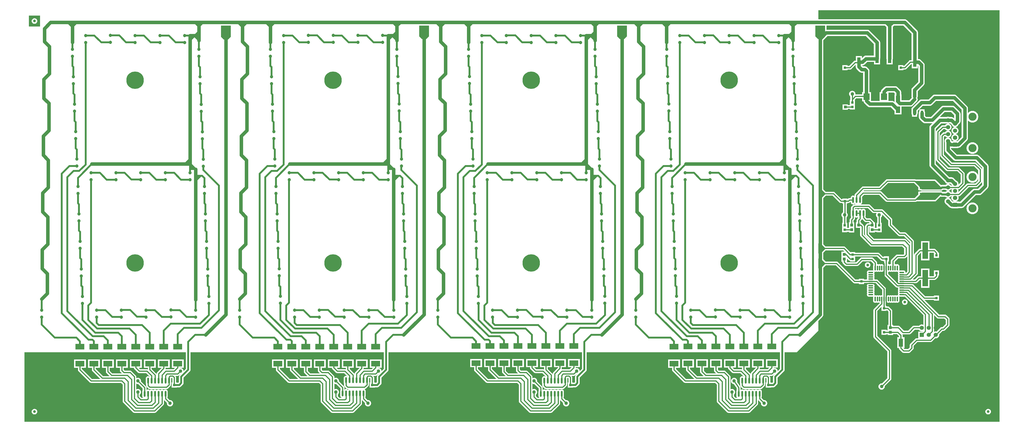
<source format=gtl>
%FSLAX24Y24*%
%MOIN*%
G70*
G01*
G75*
G04 Layer_Physical_Order=1*
G04 Layer_Color=255*
%ADD10R,0.1299X0.0787*%
%ADD11R,0.0866X0.0925*%
%ADD12R,0.0610X0.0925*%
%ADD13R,0.0335X0.0335*%
%ADD14R,0.0394X0.0394*%
%ADD15O,0.0236X0.0866*%
%ADD16O,0.0236X0.0866*%
%ADD17R,0.0787X0.2362*%
%ADD18R,0.0354X0.0354*%
%ADD19R,0.0630X0.1181*%
%ADD20C,0.0394*%
%ADD21R,0.0335X0.0669*%
%ADD22R,0.0472X0.1378*%
%ADD23R,0.2185X0.2559*%
%ADD24R,0.0492X0.1201*%
%ADD25O,0.0689X0.0217*%
%ADD26O,0.0217X0.0689*%
%ADD27R,0.0630X0.0236*%
%ADD28R,0.0630X0.0236*%
%ADD29C,0.0150*%
%ADD30C,0.0250*%
%ADD31C,0.0500*%
%ADD32C,0.0100*%
%ADD33C,0.0300*%
%ADD34C,0.2500*%
%ADD35C,0.0472*%
%ADD36R,0.0591X0.0591*%
%ADD37C,0.0591*%
%ADD38C,0.0472*%
%ADD39C,0.0591*%
%ADD40R,0.0591X0.0591*%
%ADD41C,0.0630*%
%ADD42C,0.1161*%
%ADD43C,0.0500*%
G36*
X192982Y75676D02*
X192983Y75665D01*
X193011Y75598D01*
Y75206D01*
X193379D01*
X193435Y75183D01*
X193526Y75171D01*
X196224D01*
X196315Y75183D01*
X196401Y75218D01*
X196474Y75274D01*
X196496Y75297D01*
X196897D01*
X196897Y75297D01*
X197000Y75217D01*
X197121Y75167D01*
X197250Y75150D01*
X197379Y75167D01*
X197500Y75217D01*
X197603Y75297D01*
X197661Y75373D01*
X197806D01*
D01*
D01*
X197806Y75373D01*
X197767Y75279D01*
X197750Y75150D01*
X197767Y75021D01*
X197806Y74927D01*
X197806Y74927D01*
X197661D01*
X197603Y75003D01*
X197500Y75083D01*
X197379Y75133D01*
X197250Y75150D01*
X197121Y75133D01*
X197000Y75083D01*
X196897Y75003D01*
X196897Y75003D01*
X196497D01*
X196474Y75026D01*
X196401Y75082D01*
X196316Y75117D01*
X196224Y75129D01*
X193526D01*
X193435Y75117D01*
X193379Y75094D01*
X193011D01*
Y74653D01*
X192485Y74127D01*
X188637D01*
X187718Y75046D01*
X187660Y75090D01*
X187633Y75102D01*
X187593Y75118D01*
X187522Y75127D01*
X185120D01*
D01*
X185215Y75223D01*
X187500D01*
X187572Y75232D01*
X187611Y75248D01*
X187639Y75260D01*
X187696Y75304D01*
X188665Y76273D01*
X192385D01*
X192982Y75676D01*
D02*
G37*
G36*
X196426Y75524D02*
X194041D01*
Y75474D01*
X193526D01*
Y75524D01*
X193476D01*
Y75842D01*
X193208D01*
X192476Y76574D01*
Y76574D01*
X195376D01*
X196426Y75524D01*
D02*
G37*
G36*
X90329Y77169D02*
X89731Y76571D01*
X89500Y76667D01*
Y77400D01*
X90233D01*
X90329Y77169D01*
D02*
G37*
G36*
X179750Y74750D02*
Y74730D01*
X178961Y73941D01*
X178730Y74037D01*
Y75459D01*
X178961Y75554D01*
X179750Y74750D01*
D02*
G37*
G36*
X184926Y71140D02*
X184954Y71104D01*
X185304Y70754D01*
X185361Y70710D01*
X185428Y70682D01*
X185500Y70673D01*
X185935D01*
X186003Y70605D01*
Y70512D01*
X185835D01*
X185763Y70503D01*
X185696Y70475D01*
X185639Y70431D01*
X185454Y70246D01*
X185410Y70189D01*
X185398Y70161D01*
X185382Y70122D01*
X185373Y70050D01*
Y68900D01*
X185382Y68828D01*
X185398Y68789D01*
X185410Y68761D01*
X185454Y68704D01*
X186354Y67804D01*
X186411Y67760D01*
X186439Y67748D01*
X186478Y67732D01*
X186514Y67727D01*
D01*
D01*
X186415D01*
X185227Y68915D01*
Y70050D01*
X185218Y70122D01*
X185190Y70189D01*
X185146Y70246D01*
X184961Y70431D01*
X184904Y70475D01*
X184876Y70486D01*
X184847Y70499D01*
Y70631D01*
X184727D01*
Y70835D01*
X184846Y70954D01*
X184890Y71011D01*
X184918Y71078D01*
X184926Y71140D01*
X184926Y71140D01*
Y71140D01*
D01*
D02*
G37*
G36*
X187846Y71762D02*
X188710Y70898D01*
Y70262D01*
X188720Y70191D01*
X188736Y70152D01*
X188747Y70124D01*
X188791Y70066D01*
X190116Y68741D01*
X190174Y68697D01*
X190241Y68670D01*
X190312Y68660D01*
X190948D01*
X191823Y67785D01*
Y67620D01*
X191823D01*
X191246Y68196D01*
X191189Y68240D01*
X191161Y68252D01*
X191122Y68268D01*
X191050Y68277D01*
X186665D01*
X185927Y69015D01*
Y69935D01*
X185950Y69957D01*
X186003D01*
Y69838D01*
Y69169D01*
X186797D01*
Y69288D01*
X187033D01*
Y69218D01*
X187767D01*
Y69848D01*
Y70582D01*
X187677D01*
Y71346D01*
X187721Y71379D01*
X187793Y71473D01*
X187838Y71583D01*
X187854Y71700D01*
X187846Y71762D01*
X187846D01*
D01*
D01*
D02*
G37*
G36*
X194041Y74776D02*
X196326D01*
Y74776D01*
X195400Y73850D01*
X192600D01*
X193208Y74458D01*
X193476D01*
Y74776D01*
X193526D01*
Y74826D01*
X194041D01*
Y74776D01*
D02*
G37*
G36*
X117909Y78471D02*
X117813Y78240D01*
X117080D01*
Y78973D01*
X117311Y79069D01*
X117909Y78471D01*
D02*
G37*
G36*
X146269D02*
X146173Y78240D01*
X145440D01*
Y78973D01*
X145671Y79069D01*
X146269Y78471D01*
D02*
G37*
G36*
X173820Y79653D02*
Y78990D01*
X174011Y79069D01*
X174609Y78471D01*
X174513Y78240D01*
X173780D01*
Y78920D01*
X173087D01*
X172991Y79151D01*
X173589Y79749D01*
X173820Y79653D01*
D02*
G37*
G36*
X88780D02*
Y78990D01*
X88971Y79069D01*
X89569Y78471D01*
X89473Y78240D01*
X88740D01*
Y78920D01*
X88047D01*
X87951Y79151D01*
X88549Y79749D01*
X88780Y79653D01*
D02*
G37*
G36*
X118669Y77169D02*
X118071Y76571D01*
X117840Y76667D01*
Y77400D01*
X118573D01*
X118669Y77169D01*
D02*
G37*
G36*
X147029D02*
X146431Y76571D01*
X146200Y76667D01*
Y77400D01*
X146933D01*
X147029Y77169D01*
D02*
G37*
G36*
X175369D02*
X174771Y76571D01*
X174540Y76667D01*
Y77400D01*
X175273D01*
X175369Y77169D01*
D02*
G37*
G36*
X186404Y72054D02*
X186461Y72010D01*
X186528Y71982D01*
X186600Y71973D01*
X187042D01*
D01*
D01*
X187042Y71973D01*
X187007Y71927D01*
X186962Y71817D01*
X186946Y71700D01*
X186962Y71583D01*
X187007Y71473D01*
X187079Y71379D01*
X187123Y71346D01*
Y70582D01*
X187033D01*
Y69848D01*
Y69843D01*
X186797D01*
Y69962D01*
Y70631D01*
X186673D01*
X186668Y70672D01*
X186640Y70739D01*
X186596Y70796D01*
X186246Y71146D01*
X186189Y71190D01*
X186161Y71202D01*
X186122Y71218D01*
X186050Y71227D01*
X185615D01*
X185427Y71415D01*
Y71479D01*
X185428Y71480D01*
X185460Y71557D01*
X185471Y71640D01*
Y72270D01*
X185460Y72353D01*
X185428Y72431D01*
X185377Y72497D01*
X185310Y72548D01*
X185233Y72580D01*
X185150Y72591D01*
X185067Y72580D01*
X184990Y72548D01*
X184923Y72497D01*
X184900Y72467D01*
X184900Y72467D01*
Y72467D01*
Y72467D01*
X184900Y72467D01*
X184877Y72497D01*
X184810Y72548D01*
X184733Y72580D01*
X184650Y72591D01*
X184567Y72580D01*
X184490Y72548D01*
X184423Y72497D01*
X184400Y72467D01*
X184400Y72467D01*
Y72467D01*
Y72467D01*
X184400Y72467D01*
X184377Y72497D01*
X184310Y72548D01*
X184233Y72580D01*
X184150Y72591D01*
X184067Y72580D01*
X183990Y72548D01*
X183927Y72500D01*
X183927Y72500D01*
D01*
D01*
Y72635D01*
X183965Y72673D01*
X185785D01*
X186404Y72054D01*
D02*
G37*
G36*
X172425Y48848D02*
D01*
X172425D01*
D01*
D01*
X172308Y48732D01*
X172256Y48664D01*
X172240Y48624D01*
X172223Y48585D01*
X172218Y48542D01*
X172212Y48500D01*
Y47736D01*
X172119Y47643D01*
X171917D01*
Y47692D01*
X171817D01*
Y48400D01*
X171808Y48472D01*
X171780Y48539D01*
X171736Y48596D01*
X171710Y48623D01*
X171710D01*
X171710D01*
Y48623D01*
X172040D01*
X172112Y48632D01*
X172151Y48648D01*
X172179Y48660D01*
X172236Y48704D01*
X172386Y48853D01*
X172425Y48848D01*
D02*
G37*
G36*
X193067Y55250D02*
X193147Y55147D01*
X193250Y55067D01*
X193371Y55017D01*
X193500Y55000D01*
X193625Y55017D01*
D01*
Y55017D01*
X193603Y54995D01*
X193005D01*
Y54027D01*
X192750D01*
X192678Y54018D01*
X192611Y53990D01*
X192554Y53946D01*
X191854Y53246D01*
X191810Y53189D01*
X191798Y53161D01*
X191782Y53122D01*
X191773Y53050D01*
Y52715D01*
X191535Y52477D01*
X191015D01*
X190890Y52602D01*
D01*
X190890D01*
X190890Y52602D01*
X191015D01*
Y54183D01*
X190777D01*
Y54450D01*
X190768Y54522D01*
X190743Y54581D01*
X190743D01*
X190743D01*
D01*
D01*
X190743D01*
Y54581D01*
X190810Y54573D01*
X191690D01*
X191762Y54582D01*
X191801Y54598D01*
X191829Y54610D01*
X191887Y54654D01*
X192490Y55257D01*
X193064D01*
X193067Y55250D01*
D02*
G37*
G36*
X195277Y57330D02*
X195674Y56934D01*
X195731Y56890D01*
X195798Y56862D01*
X195870Y56853D01*
X196725D01*
X196923Y56655D01*
Y56065D01*
X196485Y55627D01*
X196350D01*
X196278Y55618D01*
X196211Y55590D01*
X196154Y55546D01*
X195595Y54987D01*
X195500Y55000D01*
X195371Y54983D01*
X195270Y54941D01*
Y54941D01*
X195277Y55000D01*
Y57330D01*
X195277D01*
D01*
D01*
D02*
G37*
G36*
X144085Y48848D02*
D01*
X144085D01*
D01*
D01*
X143968Y48732D01*
X143916Y48664D01*
X143900Y48624D01*
X143883Y48585D01*
X143878Y48542D01*
X143872Y48500D01*
Y47736D01*
X143779Y47643D01*
X143577D01*
Y47692D01*
X143477D01*
Y48400D01*
X143468Y48472D01*
X143440Y48539D01*
X143396Y48596D01*
X143370Y48623D01*
X143370D01*
X143370D01*
Y48623D01*
X143700D01*
X143772Y48632D01*
X143811Y48648D01*
X143839Y48660D01*
X143896Y48704D01*
X144046Y48853D01*
X144085Y48848D01*
D02*
G37*
G36*
X109523Y47462D02*
X109640Y47446D01*
X109694Y47453D01*
X110313Y46835D01*
Y46586D01*
X110312Y46586D01*
X110280Y46508D01*
X110269Y46425D01*
Y45795D01*
X110280Y45712D01*
X110312Y45635D01*
X110363Y45568D01*
X110430Y45517D01*
X110507Y45485D01*
X110568Y45477D01*
D01*
D01*
X110155D01*
X109917Y45715D01*
Y45946D01*
X109961Y45979D01*
X110033Y46073D01*
X110078Y46183D01*
X110094Y46300D01*
X110078Y46417D01*
X110033Y46527D01*
X109961Y46621D01*
X109867Y46693D01*
X109757Y46738D01*
X109640Y46754D01*
X109523Y46738D01*
X109417Y46695D01*
Y46695D01*
Y47505D01*
X109417D01*
D01*
D01*
D01*
D01*
D01*
X109523Y47462D01*
D02*
G37*
G36*
X87385Y48848D02*
D01*
X87385D01*
D01*
D01*
X87268Y48732D01*
X87216Y48664D01*
X87200Y48624D01*
X87183Y48585D01*
X87178Y48542D01*
X87172Y48500D01*
Y47736D01*
X87079Y47643D01*
X86877D01*
Y47692D01*
X86777D01*
Y48400D01*
X86768Y48472D01*
X86740Y48539D01*
X86696Y48596D01*
X86670Y48623D01*
X86670D01*
X86670D01*
Y48623D01*
X87000D01*
X87072Y48632D01*
X87111Y48648D01*
X87139Y48660D01*
X87196Y48704D01*
X87346Y48853D01*
X87385Y48848D01*
D02*
G37*
G36*
X115725D02*
D01*
X115725D01*
D01*
D01*
X115608Y48732D01*
X115556Y48664D01*
X115540Y48624D01*
X115523Y48585D01*
X115518Y48542D01*
X115512Y48500D01*
Y47736D01*
X115419Y47643D01*
X115217D01*
Y47692D01*
X115117D01*
Y48400D01*
X115108Y48472D01*
X115080Y48539D01*
X115036Y48596D01*
X115010Y48623D01*
X115010D01*
X115010D01*
Y48623D01*
X115340D01*
X115412Y48632D01*
X115451Y48648D01*
X115479Y48660D01*
X115536Y48704D01*
X115686Y48853D01*
X115725Y48848D01*
D02*
G37*
G36*
X181719Y73489D02*
X181776Y73445D01*
X181843Y73417D01*
X181915Y73408D01*
X182123D01*
Y73308D01*
X182223D01*
Y72093D01*
X182129Y72021D01*
X182057Y71927D01*
X182012Y71817D01*
X181996Y71700D01*
X182012Y71583D01*
X182057Y71473D01*
X182129Y71379D01*
X182173Y71346D01*
Y70582D01*
X182083D01*
Y69848D01*
Y69218D01*
X182817D01*
Y69288D01*
X183053D01*
Y69169D01*
X183847D01*
Y69838D01*
Y70631D01*
X183727D01*
Y70885D01*
X183846Y71004D01*
X183890Y71061D01*
X183918Y71128D01*
X183927Y71200D01*
Y71410D01*
X183927D01*
D01*
D01*
D01*
X183990Y71362D01*
X184067Y71330D01*
X184150Y71319D01*
X184233Y71330D01*
X184310Y71362D01*
X184373Y71410D01*
D01*
Y71265D01*
X184254Y71146D01*
X184210Y71089D01*
X184198Y71061D01*
X184182Y71022D01*
X184173Y70950D01*
Y70631D01*
X184053D01*
Y69838D01*
X184673D01*
Y68800D01*
X184682Y68728D01*
X184698Y68689D01*
X184710Y68661D01*
X184754Y68604D01*
X186104Y67254D01*
X186161Y67210D01*
X186189Y67198D01*
X186228Y67182D01*
X186300Y67173D01*
X190685D01*
X190973Y66885D01*
Y66115D01*
X190885Y66027D01*
X190000D01*
X189928Y66018D01*
X189861Y65990D01*
X189804Y65946D01*
X189154Y65296D01*
X189110Y65239D01*
X189082Y65172D01*
X189073Y65100D01*
Y64638D01*
X189073Y64638D01*
X189041Y64642D01*
X188960Y64631D01*
X188885Y64600D01*
X188883Y64599D01*
X188881Y64600D01*
X188806Y64631D01*
X188726Y64642D01*
X188688Y64637D01*
Y64637D01*
Y65014D01*
X188796D01*
Y65768D01*
X188042D01*
Y65677D01*
X187955D01*
X187421Y66211D01*
X187364Y66255D01*
X187336Y66267D01*
X187297Y66283D01*
X187225Y66292D01*
X183967D01*
Y66382D01*
X183260D01*
X182546Y67096D01*
X182489Y67140D01*
X182461Y67152D01*
X182422Y67168D01*
X182350Y67177D01*
X179734D01*
X179404Y67514D01*
Y74096D01*
X179781Y74473D01*
X180735D01*
X181719Y73489D01*
D02*
G37*
G36*
X179720Y66900D02*
Y66880D01*
X178931Y66091D01*
X178700Y66187D01*
Y67609D01*
X178931Y67704D01*
X179720Y66900D01*
D02*
G37*
G36*
X183329Y73530D02*
X183340Y73447D01*
X183372Y73369D01*
X183423Y73303D01*
X183490Y73252D01*
X183567Y73220D01*
X183650Y73209D01*
X183733Y73220D01*
X183810Y73252D01*
X183877Y73303D01*
X183900Y73333D01*
D01*
X183923Y73303D01*
X183990Y73252D01*
X184049Y73227D01*
X184049Y73227D01*
X184049D01*
X183850D01*
X183778Y73218D01*
X183711Y73190D01*
X183654Y73146D01*
X183454Y72946D01*
X183410Y72889D01*
X183398Y72861D01*
X183382Y72822D01*
X183373Y72750D01*
Y72431D01*
X183372Y72431D01*
X183340Y72353D01*
X183329Y72270D01*
Y71640D01*
X183340Y71557D01*
X183372Y71480D01*
X183373Y71479D01*
Y71315D01*
X183254Y71196D01*
X183210Y71139D01*
X183198Y71111D01*
X183182Y71072D01*
X183173Y71000D01*
Y70631D01*
X183053D01*
Y69962D01*
Y69843D01*
X182817D01*
Y69848D01*
Y70582D01*
X182727D01*
Y71346D01*
X182771Y71379D01*
X182843Y71473D01*
X182888Y71583D01*
X182904Y71700D01*
X182888Y71817D01*
X182843Y71927D01*
X182777Y72013D01*
Y73308D01*
X182877D01*
Y73408D01*
X182990D01*
X183062Y73417D01*
X183101Y73433D01*
X183129Y73445D01*
X183186Y73489D01*
X183265Y73568D01*
X183329D01*
Y73530D01*
D02*
G37*
G36*
X179720Y64750D02*
Y64730D01*
X178931Y63941D01*
X178700Y64037D01*
Y65459D01*
X178931Y65554D01*
X179720Y64750D01*
D02*
G37*
G36*
X191423Y65780D02*
Y63615D01*
X191215Y63408D01*
X191178D01*
X191178Y63408D01*
X191183Y63445D01*
X191172Y63526D01*
X191141Y63601D01*
X191092Y63665D01*
X191027Y63715D01*
X190952Y63746D01*
X190872Y63756D01*
X190399D01*
X190319Y63746D01*
X190263Y63723D01*
D01*
X190286Y63778D01*
X190297Y63859D01*
Y64331D01*
X190286Y64412D01*
X190255Y64487D01*
X190206Y64551D01*
X190141Y64600D01*
X190066Y64631D01*
X189986Y64642D01*
X189905Y64631D01*
X189830Y64600D01*
X189828Y64599D01*
X189826Y64600D01*
X189751Y64631D01*
X189671Y64642D01*
X189627Y64636D01*
Y64636D01*
Y64985D01*
X190115Y65473D01*
X191000D01*
X191072Y65482D01*
X191111Y65498D01*
X191139Y65510D01*
X191196Y65554D01*
X191423Y65780D01*
D01*
D02*
G37*
G36*
X187644Y65204D02*
X187701Y65160D01*
X187768Y65132D01*
X187840Y65123D01*
X188042D01*
Y65014D01*
X188134D01*
Y64467D01*
X188111Y64412D01*
X188100Y64331D01*
Y63859D01*
X188111Y63778D01*
X188128Y63736D01*
Y63144D01*
X188138Y63073D01*
X188154Y63034D01*
X188165Y63006D01*
X188209Y62948D01*
X189804Y61354D01*
X189861Y61310D01*
X189928Y61282D01*
X190000Y61273D01*
X190093D01*
X190093D01*
X190088Y61241D01*
X190099Y61160D01*
X190130Y61085D01*
X190131Y61083D01*
X190130Y61081D01*
X190099Y61006D01*
X190088Y60926D01*
X190099Y60845D01*
X190130Y60770D01*
X190131Y60768D01*
X190130Y60766D01*
X190099Y60691D01*
X190088Y60611D01*
X190099Y60530D01*
X190130Y60455D01*
X190131Y60453D01*
X190130Y60451D01*
X190099Y60376D01*
X190088Y60296D01*
X190099Y60215D01*
X190122Y60160D01*
X190122Y60160D01*
X190066Y60183D01*
X189986Y60193D01*
X189905Y60183D01*
X189830Y60152D01*
X189828Y60150D01*
X189826Y60152D01*
X189751Y60183D01*
X189671Y60193D01*
X189590Y60183D01*
X189515Y60152D01*
X189513Y60150D01*
X189511Y60152D01*
X189436Y60183D01*
X189356Y60193D01*
X189275Y60183D01*
X189200Y60152D01*
X189198Y60150D01*
X189196Y60152D01*
X189121Y60183D01*
X189041Y60193D01*
X188960Y60183D01*
X188885Y60152D01*
X188883Y60150D01*
X188881Y60152D01*
X188806Y60183D01*
X188726Y60193D01*
X188645Y60183D01*
X188571Y60152D01*
X188506Y60102D01*
X188457Y60038D01*
X188426Y59963D01*
X188415Y59882D01*
Y59410D01*
X188426Y59329D01*
X188457Y59254D01*
X188506Y59190D01*
X188571Y59141D01*
X188645Y59110D01*
X188726Y59099D01*
X188806Y59110D01*
X188881Y59141D01*
X188883Y59142D01*
X188885Y59141D01*
X188960Y59110D01*
X189041Y59099D01*
X189121Y59110D01*
X189196Y59141D01*
X189198Y59142D01*
X189200Y59141D01*
X189275Y59110D01*
X189356Y59099D01*
X189436Y59110D01*
X189511Y59141D01*
X189513Y59142D01*
X189515Y59141D01*
X189590Y59110D01*
X189671Y59099D01*
X189751Y59110D01*
X189826Y59141D01*
X189828Y59142D01*
X189830Y59141D01*
X189905Y59110D01*
X189986Y59099D01*
X190066Y59110D01*
X190141Y59141D01*
X190206Y59190D01*
X190255Y59254D01*
X190286Y59329D01*
X190297Y59410D01*
Y59882D01*
X190286Y59963D01*
X190263Y60018D01*
Y60018D01*
Y60018D01*
D01*
D01*
X190263D01*
D01*
X190319Y59995D01*
X190399Y59985D01*
X190872D01*
X190952Y59995D01*
X191008Y60018D01*
X191039D01*
X193723Y57335D01*
Y55944D01*
X193723Y55944D01*
X193629Y55983D01*
X193500Y56000D01*
X193371Y55983D01*
X193250Y55933D01*
X193147Y55853D01*
X193115Y55812D01*
X192375D01*
X192303Y55803D01*
X192236Y55775D01*
X192179Y55731D01*
X191575Y55127D01*
X190925D01*
X190321Y55731D01*
X190264Y55775D01*
X190197Y55803D01*
X190125Y55812D01*
X189397D01*
Y55931D01*
X189277D01*
Y57950D01*
X189268Y58022D01*
X189240Y58089D01*
X189196Y58146D01*
X188831Y58511D01*
X188774Y58555D01*
X188746Y58567D01*
X188707Y58583D01*
X188635Y58592D01*
X188477D01*
Y58692D01*
X188373D01*
Y59274D01*
X188396Y59329D01*
X188407Y59410D01*
Y59882D01*
X188396Y59963D01*
X188377Y60009D01*
Y61100D01*
X188368Y61172D01*
X188340Y61239D01*
X188296Y61296D01*
X187211Y62382D01*
X187153Y62426D01*
X187086Y62453D01*
X187015Y62463D01*
X186729D01*
X186729Y62463D01*
X186734Y62500D01*
X186723Y62581D01*
X186692Y62656D01*
X186691Y62658D01*
X186692Y62660D01*
X186723Y62735D01*
X186734Y62815D01*
X186723Y62896D01*
X186692Y62971D01*
X186691Y62973D01*
X186692Y62975D01*
X186723Y63050D01*
X186734Y63130D01*
X186723Y63211D01*
X186692Y63286D01*
X186691Y63288D01*
X186692Y63290D01*
X186723Y63365D01*
X186734Y63445D01*
X186723Y63526D01*
X186700Y63581D01*
X186700D01*
D01*
D01*
D01*
D01*
Y63581D01*
X186756Y63558D01*
X186836Y63548D01*
X186917Y63558D01*
X186992Y63589D01*
X186994Y63591D01*
X186996Y63589D01*
X187071Y63558D01*
X187151Y63548D01*
X187232Y63558D01*
X187307Y63589D01*
X187309Y63591D01*
X187311Y63589D01*
X187386Y63558D01*
X187466Y63548D01*
X187547Y63558D01*
X187622Y63589D01*
X187624Y63591D01*
X187626Y63589D01*
X187701Y63558D01*
X187781Y63548D01*
X187862Y63558D01*
X187937Y63589D01*
X188001Y63639D01*
X188050Y63703D01*
X188081Y63778D01*
X188092Y63859D01*
Y64331D01*
X188081Y64412D01*
X188050Y64487D01*
X188001Y64551D01*
X187937Y64600D01*
X187862Y64631D01*
X187781Y64642D01*
X187701Y64631D01*
X187626Y64600D01*
X187624Y64599D01*
X187622Y64600D01*
X187547Y64631D01*
X187466Y64642D01*
X187386Y64631D01*
X187311Y64600D01*
X187309Y64599D01*
X187307Y64600D01*
X187232Y64631D01*
X187151Y64642D01*
X187114Y64637D01*
Y64637D01*
Y64844D01*
X187104Y64916D01*
X187076Y64982D01*
X187032Y65040D01*
X186546Y65526D01*
X186489Y65570D01*
X186461Y65582D01*
X186422Y65598D01*
X186350Y65607D01*
X184910D01*
X184838Y65598D01*
X184771Y65570D01*
X184714Y65526D01*
X184115Y64927D01*
X182815D01*
X182774Y64969D01*
D01*
X182774D01*
X182774Y64969D01*
X182797D01*
Y65461D01*
X182797D01*
X182797D01*
X182797D01*
X183069Y65189D01*
X183126Y65145D01*
X183154Y65133D01*
X183193Y65117D01*
X183233Y65112D01*
Y65018D01*
X183967D01*
Y65648D01*
Y65738D01*
X187110D01*
X187644Y65204D01*
D02*
G37*
G36*
X182426Y66431D02*
Y66431D01*
X182003D01*
Y65638D01*
Y64969D01*
X182123D01*
Y64950D01*
X182132Y64878D01*
X182148Y64839D01*
X182160Y64811D01*
X182204Y64754D01*
X182504Y64454D01*
X182561Y64410D01*
X182628Y64382D01*
X182700Y64373D01*
X184230D01*
X184302Y64382D01*
X184341Y64398D01*
X184369Y64410D01*
X184426Y64454D01*
X185025Y65053D01*
X186235D01*
X186559Y64729D01*
Y64467D01*
X186536Y64412D01*
X186525Y64331D01*
Y63859D01*
X186536Y63778D01*
X186559Y63723D01*
D01*
X186503Y63746D01*
X186423Y63756D01*
X185950D01*
X185870Y63746D01*
X185795Y63715D01*
X185731Y63665D01*
X185681Y63601D01*
X185650Y63526D01*
X185639Y63445D01*
X185650Y63365D01*
X185681Y63290D01*
X185683Y63288D01*
X185681Y63286D01*
X185650Y63211D01*
X185639Y63130D01*
X185650Y63050D01*
X185681Y62975D01*
X185683Y62973D01*
X185681Y62971D01*
X185650Y62896D01*
X185639Y62815D01*
X185650Y62735D01*
X185681Y62660D01*
X185683Y62658D01*
X185681Y62656D01*
X185650Y62581D01*
X185639Y62500D01*
X185644Y62463D01*
Y62463D01*
X185246D01*
Y62548D01*
X184492D01*
Y62449D01*
X183994D01*
X181496Y64946D01*
X181439Y64990D01*
X181411Y65002D01*
X181372Y65018D01*
X181300Y65027D01*
X179734D01*
X179404Y65364D01*
Y66276D01*
X179751Y66623D01*
X182235D01*
X182426Y66431D01*
D02*
G37*
G36*
X90844Y99289D02*
X90040Y98500D01*
X90020D01*
X89231Y99289D01*
X89327Y99520D01*
X90749D01*
X90844Y99289D01*
D02*
G37*
G36*
X119184D02*
X118380Y98500D01*
X118360D01*
X117571Y99289D01*
X117667Y99520D01*
X119089D01*
X119184Y99289D01*
D02*
G37*
G36*
X147544D02*
X146740Y98500D01*
X146720D01*
X145931Y99289D01*
X146027Y99520D01*
X147449D01*
X147544Y99289D01*
D02*
G37*
G36*
X125449Y99289D02*
X124620Y98460D01*
X123791Y99289D01*
X123887Y99520D01*
X125353D01*
X125449Y99289D01*
D02*
G37*
G36*
X151310Y97300D02*
X150910Y96900D01*
X150310D01*
X149910Y97300D01*
Y98846D01*
X151310D01*
Y97300D01*
D02*
G37*
G36*
X179650D02*
X179250Y96900D01*
X178650D01*
X178250Y97300D01*
Y98846D01*
X179650D01*
Y97300D01*
D02*
G37*
G36*
X97089Y99289D02*
X96260Y98460D01*
X95431Y99289D01*
X95527Y99520D01*
X96993D01*
X97089Y99289D01*
D02*
G37*
G36*
X175884Y99289D02*
X175080Y98500D01*
X175060D01*
X174271Y99289D01*
X174367Y99520D01*
X175789D01*
X175884Y99289D01*
D02*
G37*
G36*
X129434Y99289D02*
X128744Y98587D01*
X128494Y98586D01*
X127791Y99289D01*
X127887Y99520D01*
X129337D01*
X129434Y99289D01*
D02*
G37*
G36*
X157774D02*
X157084Y98587D01*
X156834Y98586D01*
X156131Y99289D01*
X156227Y99520D01*
X157677D01*
X157774Y99289D01*
D02*
G37*
G36*
X67287Y98711D02*
X65712D01*
Y100285D01*
X67287D01*
Y98711D01*
D02*
G37*
G36*
X101074Y99289D02*
X100384Y98587D01*
X100134Y98586D01*
X99431Y99289D01*
X99527Y99520D01*
X100977D01*
X101074Y99289D01*
D02*
G37*
G36*
X189684Y99289D02*
X188880Y98500D01*
X188860D01*
X188071Y99289D01*
X188167Y99520D01*
X189589D01*
X189684Y99289D01*
D02*
G37*
G36*
X153789Y99289D02*
X153085Y98585D01*
X152835D01*
X152131Y99289D01*
X152227Y99520D01*
X153693D01*
X153789Y99289D01*
D02*
G37*
G36*
X72734Y99289D02*
X72044Y98587D01*
X71794Y98586D01*
X71091Y99289D01*
X71187Y99520D01*
X72637D01*
X72734Y99289D01*
D02*
G37*
G36*
X122950Y97300D02*
X122550Y96900D01*
X121950D01*
X121550Y97300D01*
Y98846D01*
X122950D01*
Y97300D01*
D02*
G37*
G36*
X192046Y97662D02*
Y93877D01*
X192046Y93877D01*
X191850Y93877D01*
X191778Y93868D01*
X191711Y93840D01*
X191654Y93796D01*
X190950Y93092D01*
X190877Y93092D01*
Y93192D01*
X190123D01*
Y92438D01*
X190877D01*
Y92538D01*
X190877D01*
D01*
D01*
D01*
D01*
Y92538D01*
X191065Y92538D01*
X191137Y92547D01*
X191204Y92575D01*
X191261Y92619D01*
X191965Y93323D01*
X192064Y93323D01*
Y92711D01*
X192936D01*
Y93072D01*
X192936Y93072D01*
D01*
D01*
D01*
X192996Y93012D01*
Y90788D01*
X192153Y89945D01*
X192081Y89851D01*
X192036Y89742D01*
X192021Y89624D01*
Y88681D01*
X192036Y88564D01*
X192061Y88503D01*
X191697Y88139D01*
X190605D01*
Y88990D01*
X190554D01*
Y89300D01*
X190538Y89417D01*
X190493Y89527D01*
X190421Y89621D01*
X190421Y89621D01*
X190021Y90021D01*
X189927Y90093D01*
X189882Y90112D01*
X189817Y90138D01*
X189700Y90154D01*
X188450D01*
X188333Y90138D01*
X188223Y90093D01*
X188129Y90021D01*
X188129Y90021D01*
X187779Y89671D01*
X187707Y89577D01*
X187688Y89532D01*
X187662Y89467D01*
X187646Y89350D01*
Y89315D01*
X187467D01*
Y88054D01*
X186238D01*
X186233Y88059D01*
Y89315D01*
X186004D01*
Y92350D01*
X186004Y92350D01*
X185988Y92467D01*
X185943Y92577D01*
X185871Y92671D01*
X185671Y92871D01*
X185577Y92943D01*
X185532Y92962D01*
X185467Y92988D01*
X185350Y93004D01*
X185088D01*
X184954Y93138D01*
Y93146D01*
X185011D01*
X185129Y93162D01*
X185193Y93188D01*
X185238Y93207D01*
X185332Y93279D01*
X185332Y93279D01*
X185332Y93279D01*
X185694Y93641D01*
X186652D01*
Y93294D01*
X187544D01*
Y94035D01*
X187552Y94094D01*
X187546Y94141D01*
X187554Y94200D01*
Y96400D01*
X187538Y96517D01*
X187493Y96627D01*
X187421Y96721D01*
X186021Y98121D01*
X185927Y98193D01*
X185882Y98212D01*
X185817Y98238D01*
X185700Y98254D01*
X179854D01*
Y98846D01*
X188225D01*
X188446Y98625D01*
X188448Y94094D01*
X188456Y94035D01*
Y93294D01*
X189348D01*
Y94035D01*
X189355Y94095D01*
X189354Y98679D01*
X189524Y98846D01*
X190862D01*
X192046Y97662D01*
D02*
G37*
G36*
X204645Y42055D02*
X65055D01*
Y52000D01*
X88172D01*
Y49636D01*
X87852Y49315D01*
Y49315D01*
D01*
D01*
D01*
X87838Y49417D01*
X87793Y49527D01*
X87721Y49621D01*
X87627Y49693D01*
X87517Y49738D01*
X87400Y49754D01*
X87283Y49738D01*
X87268Y49733D01*
D01*
X87274Y49772D01*
X87276Y49786D01*
X87850D01*
Y50973D01*
X86150D01*
Y49786D01*
X86594D01*
D01*
Y49786D01*
X86385Y49577D01*
X85300D01*
X85244Y49570D01*
Y49570D01*
X85252Y49589D01*
X85268Y49628D01*
X85277Y49700D01*
Y49786D01*
X85850D01*
Y50973D01*
X84150D01*
Y49786D01*
X84694D01*
D01*
Y49786D01*
X84054Y49146D01*
X84010Y49089D01*
X83998Y49061D01*
X83982Y49022D01*
X83973Y48950D01*
Y48912D01*
D01*
D01*
X83973D01*
X83946Y48946D01*
X83277Y49615D01*
Y49786D01*
X83850D01*
Y50973D01*
X82150D01*
Y49786D01*
X82723D01*
Y49547D01*
X82723Y49547D01*
X82711Y49552D01*
X82672Y49568D01*
X82600Y49577D01*
X81615D01*
X81406Y49786D01*
D01*
D01*
Y49786D01*
X81850D01*
Y50973D01*
X80150D01*
Y49786D01*
X80724D01*
X80732Y49728D01*
X80748Y49689D01*
X80760Y49661D01*
X80804Y49604D01*
X81304Y49104D01*
X81361Y49060D01*
X81428Y49032D01*
X81500Y49023D01*
X82485D01*
X82973Y48535D01*
Y48490D01*
X82973Y48490D01*
X82910Y48538D01*
X82833Y48570D01*
X82750Y48581D01*
X82667Y48570D01*
X82590Y48538D01*
X82523Y48487D01*
X82472Y48420D01*
X82440Y48343D01*
X82429Y48260D01*
Y47630D01*
X82440Y47547D01*
X82472Y47469D01*
X82473Y47469D01*
Y47250D01*
X82482Y47178D01*
X82498Y47139D01*
X82510Y47111D01*
X82554Y47054D01*
X82804Y46804D01*
X82861Y46760D01*
X82928Y46732D01*
X82928Y46732D01*
X82928D01*
D01*
X82928Y46732D01*
D01*
D01*
Y46732D01*
X83000Y46723D01*
X85400D01*
X85472Y46732D01*
X85511Y46748D01*
X85539Y46760D01*
X85596Y46804D01*
X85946Y47154D01*
X85990Y47211D01*
X86018Y47278D01*
X86027Y47350D01*
Y47469D01*
X86028Y47469D01*
X86060Y47547D01*
X86071Y47630D01*
Y48260D01*
X86063Y48323D01*
D01*
D01*
D01*
D01*
X86063D01*
X86063Y48323D01*
X86185D01*
X86223Y48285D01*
Y47692D01*
X86123D01*
Y46938D01*
X86877D01*
Y46987D01*
X87215D01*
X87257Y46993D01*
X87300Y46998D01*
X87339Y47015D01*
X87379Y47031D01*
X87447Y47083D01*
X87732Y47368D01*
X87754Y47398D01*
X87784Y47436D01*
X87817Y47515D01*
X87828Y47600D01*
Y48364D01*
X88732Y49268D01*
X88761Y49307D01*
X88784Y49336D01*
X88793Y49359D01*
X88817Y49415D01*
X88828Y49500D01*
Y52000D01*
X116512D01*
Y49636D01*
X116192Y49315D01*
Y49315D01*
D01*
D01*
D01*
X116178Y49417D01*
X116133Y49527D01*
X116061Y49621D01*
X115967Y49693D01*
X115857Y49738D01*
X115740Y49754D01*
X115623Y49738D01*
X115609Y49733D01*
D01*
X115616Y49786D01*
X116190D01*
Y50973D01*
X114490D01*
Y49786D01*
X114934D01*
D01*
Y49786D01*
X114725Y49577D01*
X113640D01*
X113584Y49570D01*
Y49570D01*
X113592Y49589D01*
X113608Y49628D01*
X113617Y49700D01*
Y49786D01*
X114190D01*
Y50973D01*
X112490D01*
Y49786D01*
X113034D01*
D01*
Y49786D01*
X112394Y49146D01*
X112350Y49089D01*
X112338Y49061D01*
X112322Y49022D01*
X112313Y48950D01*
Y48912D01*
D01*
D01*
X112313D01*
X112286Y48946D01*
X111617Y49615D01*
Y49786D01*
X112190D01*
Y50973D01*
X110490D01*
Y49786D01*
X111063D01*
Y49547D01*
X111063Y49547D01*
X111051Y49552D01*
X111012Y49568D01*
X110940Y49577D01*
X109955D01*
X109746Y49786D01*
D01*
D01*
Y49786D01*
X110190D01*
Y50973D01*
X108490D01*
Y49786D01*
X109064D01*
X109072Y49728D01*
X109088Y49689D01*
X109100Y49661D01*
X109144Y49604D01*
X109644Y49104D01*
X109701Y49060D01*
X109768Y49032D01*
X109840Y49023D01*
X110825D01*
X111270Y48578D01*
D01*
X111250Y48593D01*
X111173Y48625D01*
X111090Y48636D01*
X111007Y48625D01*
X110930Y48593D01*
X110863Y48542D01*
X110812Y48475D01*
X110780Y48398D01*
X110769Y48315D01*
Y47685D01*
X110780Y47602D01*
X110812Y47525D01*
X110813Y47524D01*
Y47250D01*
X110822Y47178D01*
X110838Y47139D01*
X110850Y47111D01*
X110894Y47054D01*
X111144Y46804D01*
X111201Y46760D01*
X111268Y46732D01*
X111268Y46732D01*
X111268D01*
D01*
X111268Y46732D01*
D01*
D01*
Y46732D01*
X111340Y46723D01*
X111477D01*
D01*
D01*
X111430Y46703D01*
X111363Y46652D01*
X111340Y46622D01*
X111340D01*
D01*
D01*
X111340D01*
X111317Y46652D01*
X111250Y46703D01*
X111173Y46735D01*
X111090Y46746D01*
X111007Y46735D01*
X110930Y46703D01*
X110867Y46655D01*
X110867Y46655D01*
D01*
D01*
Y46950D01*
X110858Y47022D01*
X110830Y47089D01*
X110786Y47146D01*
X110087Y47846D01*
X110094Y47900D01*
X110078Y48017D01*
X110033Y48127D01*
X109961Y48221D01*
X109867Y48293D01*
X109757Y48338D01*
X109640Y48354D01*
X109523Y48338D01*
X109417Y48295D01*
Y48295D01*
Y48500D01*
X109408Y48572D01*
X109392Y48611D01*
X109380Y48639D01*
X109336Y48696D01*
X108736Y49296D01*
X108679Y49340D01*
X108651Y49352D01*
X108612Y49368D01*
X108540Y49377D01*
X107755D01*
X107617Y49515D01*
Y49786D01*
X108190D01*
Y50973D01*
X106490D01*
Y49786D01*
X107063D01*
Y49400D01*
X107072Y49328D01*
X107088Y49289D01*
X107100Y49261D01*
X107144Y49204D01*
X107370Y48977D01*
Y48977D01*
X105986D01*
X105617Y49346D01*
Y49786D01*
X106190D01*
Y50973D01*
X104490D01*
Y49786D01*
X105063D01*
Y49231D01*
X105072Y49159D01*
X105088Y49120D01*
X105100Y49093D01*
X105144Y49035D01*
X105602Y48577D01*
Y48577D01*
X104655D01*
X103617Y49615D01*
Y49786D01*
X104190D01*
Y50973D01*
X102490D01*
Y49786D01*
X103063D01*
Y49500D01*
X103072Y49428D01*
X103088Y49389D01*
X103100Y49361D01*
X103144Y49304D01*
X104270Y48177D01*
X104270Y48177D01*
X103055D01*
X101617Y49615D01*
Y49786D01*
X102190D01*
Y50973D01*
X100490D01*
Y49786D01*
X101063D01*
Y49500D01*
X101072Y49428D01*
X101088Y49389D01*
X101100Y49361D01*
X101144Y49304D01*
X102744Y47704D01*
X102801Y47660D01*
X102868Y47632D01*
X102940Y47623D01*
X107225D01*
X107463Y47385D01*
Y45000D01*
X107472Y44928D01*
X107488Y44889D01*
X107500Y44861D01*
X107544Y44804D01*
X108944Y43404D01*
X109001Y43360D01*
X109068Y43332D01*
X109140Y43323D01*
X112040D01*
X112112Y43332D01*
X112151Y43348D01*
X112179Y43360D01*
X112236Y43404D01*
X113286Y44454D01*
X113330Y44511D01*
X113342Y44539D01*
X113358Y44578D01*
X113367Y44650D01*
Y45188D01*
X113367D01*
Y45188D01*
X113394Y45154D01*
X113793Y44754D01*
X113786Y44700D01*
X113802Y44583D01*
X113847Y44473D01*
X113919Y44379D01*
X114013Y44307D01*
X114123Y44262D01*
X114240Y44246D01*
X114357Y44262D01*
X114467Y44307D01*
X114561Y44379D01*
X114633Y44473D01*
X114678Y44583D01*
X114694Y44700D01*
X114678Y44817D01*
X114633Y44927D01*
X114561Y45021D01*
X114467Y45093D01*
X114357Y45138D01*
X114240Y45154D01*
X114186Y45147D01*
X113867Y45465D01*
Y45634D01*
X113868Y45635D01*
X113900Y45712D01*
X113911Y45795D01*
Y46425D01*
X113900Y46508D01*
X113868Y46586D01*
X113817Y46652D01*
X113750Y46703D01*
X113694Y46727D01*
D01*
X113744D01*
X113816Y46736D01*
X113883Y46764D01*
X113940Y46808D01*
X114286Y47154D01*
X114330Y47211D01*
X114342Y47239D01*
X114358Y47278D01*
X114367Y47350D01*
Y47524D01*
X114368Y47525D01*
X114400Y47602D01*
X114411Y47685D01*
Y48315D01*
X114410Y48323D01*
D01*
D01*
D01*
D01*
X114410D01*
Y48323D01*
X114525D01*
X114563Y48285D01*
Y47692D01*
X114463D01*
Y46938D01*
X115217D01*
Y46987D01*
X115555D01*
X115597Y46993D01*
X115640Y46998D01*
X115679Y47015D01*
X115719Y47031D01*
X115787Y47083D01*
X116072Y47368D01*
X116094Y47398D01*
X116124Y47436D01*
X116157Y47515D01*
X116168Y47600D01*
Y48364D01*
X117072Y49268D01*
X117101Y49307D01*
X117124Y49336D01*
X117133Y49359D01*
X117157Y49415D01*
X117168Y49500D01*
Y52000D01*
X144872D01*
Y49636D01*
X144552Y49315D01*
Y49315D01*
D01*
D01*
D01*
X144538Y49417D01*
X144493Y49527D01*
X144421Y49621D01*
X144327Y49693D01*
X144217Y49738D01*
X144100Y49754D01*
X143983Y49738D01*
X143968Y49733D01*
D01*
X143977Y49800D01*
Y49865D01*
X144550D01*
Y51053D01*
X142850D01*
Y49865D01*
X143373D01*
D01*
Y49865D01*
X143085Y49577D01*
X142000D01*
X141944Y49570D01*
Y49570D01*
X141952Y49589D01*
X141968Y49628D01*
X141977Y49700D01*
Y49865D01*
X142550D01*
Y51053D01*
X140850D01*
Y49865D01*
X141423D01*
Y49815D01*
X140754Y49146D01*
X140710Y49089D01*
X140698Y49061D01*
X140682Y49022D01*
X140673Y48950D01*
Y48912D01*
D01*
D01*
X140673D01*
X140646Y48946D01*
X139977Y49615D01*
Y49865D01*
X140550D01*
Y51053D01*
X138850D01*
Y49865D01*
X139423D01*
Y49547D01*
X139423Y49547D01*
X139411Y49552D01*
X139372Y49568D01*
X139300Y49577D01*
X138315D01*
X138027Y49865D01*
D01*
D01*
Y49865D01*
X138550D01*
Y51053D01*
X136850D01*
Y49865D01*
X137423D01*
Y49800D01*
X137432Y49728D01*
X137448Y49689D01*
X137460Y49661D01*
X137504Y49604D01*
X138004Y49104D01*
X138061Y49060D01*
X138128Y49032D01*
X138200Y49023D01*
X139185D01*
X139673Y48535D01*
Y48498D01*
X139673Y48498D01*
X139620Y48538D01*
X139543Y48570D01*
X139460Y48581D01*
X139377Y48570D01*
X139300Y48538D01*
X139233Y48487D01*
X139182Y48420D01*
X139150Y48343D01*
X139139Y48260D01*
Y47630D01*
X139150Y47547D01*
X139173Y47492D01*
Y47250D01*
X139182Y47178D01*
X139198Y47139D01*
X139210Y47111D01*
X139254Y47054D01*
X139504Y46804D01*
X139561Y46760D01*
X139628Y46732D01*
X139700Y46723D01*
X142100D01*
X142172Y46732D01*
X142211Y46748D01*
X142239Y46760D01*
X142296Y46804D01*
X142646Y47154D01*
X142690Y47211D01*
X142718Y47278D01*
X142727Y47350D01*
Y47456D01*
X142738Y47469D01*
X142770Y47547D01*
X142781Y47630D01*
Y48260D01*
X142773Y48323D01*
X142773D01*
X142773D01*
X142773D01*
Y48323D01*
Y48323D01*
Y48323D01*
X142885D01*
X142923Y48285D01*
Y47692D01*
X142823D01*
Y46938D01*
X143577D01*
Y46987D01*
X143915D01*
X143957Y46993D01*
X144000Y46998D01*
X144039Y47015D01*
X144079Y47031D01*
X144147Y47083D01*
X144432Y47368D01*
X144454Y47398D01*
X144484Y47436D01*
X144517Y47515D01*
X144528Y47600D01*
Y48364D01*
X145432Y49268D01*
X145461Y49307D01*
X145484Y49336D01*
X145493Y49359D01*
X145517Y49415D01*
X145528Y49500D01*
Y52000D01*
X173212D01*
Y49636D01*
X172892Y49315D01*
Y49315D01*
D01*
D01*
D01*
X172878Y49417D01*
X172833Y49527D01*
X172761Y49621D01*
X172667Y49693D01*
X172557Y49738D01*
X172440Y49754D01*
X172323Y49738D01*
X172309Y49733D01*
D01*
X172311Y49754D01*
X172317Y49800D01*
X172317D01*
X172317D01*
X172317D01*
X172317Y49800D01*
Y49815D01*
X172890D01*
Y51003D01*
X171190D01*
Y49815D01*
X171663D01*
D01*
Y49815D01*
X171425Y49577D01*
X170340D01*
X170284Y49570D01*
Y49570D01*
X170292Y49589D01*
X170308Y49628D01*
X170317Y49700D01*
Y49815D01*
X170890D01*
Y51003D01*
X169190D01*
Y49815D01*
X169763D01*
Y49815D01*
X169094Y49146D01*
X169050Y49089D01*
X169038Y49061D01*
X169022Y49022D01*
X169013Y48950D01*
Y48912D01*
D01*
D01*
X169013D01*
X168986Y48946D01*
X168317Y49615D01*
Y49815D01*
X168890D01*
Y51003D01*
X167190D01*
Y49815D01*
X167763D01*
Y49547D01*
X167763Y49547D01*
X167751Y49552D01*
X167712Y49568D01*
X167640Y49577D01*
X166655D01*
X166417Y49815D01*
D01*
D01*
Y49815D01*
X166890D01*
Y51003D01*
X165190D01*
Y49815D01*
X165763D01*
Y49800D01*
X165772Y49728D01*
X165788Y49689D01*
X165800Y49661D01*
X165844Y49604D01*
X166344Y49104D01*
X166401Y49060D01*
X166468Y49032D01*
X166540Y49023D01*
X167525D01*
X168013Y48535D01*
Y48490D01*
X168013Y48490D01*
X167950Y48538D01*
X167873Y48570D01*
X167790Y48581D01*
X167707Y48570D01*
X167630Y48538D01*
X167563Y48487D01*
X167512Y48420D01*
X167480Y48343D01*
X167469Y48260D01*
Y47630D01*
X167480Y47547D01*
X167512Y47469D01*
X167513Y47469D01*
Y47250D01*
X167522Y47178D01*
X167538Y47139D01*
X167550Y47111D01*
X167594Y47054D01*
X167844Y46804D01*
X167901Y46760D01*
X167968Y46732D01*
X167968Y46732D01*
X167968D01*
D01*
X167968Y46732D01*
D01*
D01*
Y46732D01*
X168040Y46723D01*
X170440D01*
X170512Y46732D01*
X170551Y46748D01*
X170579Y46760D01*
X170636Y46804D01*
X170986Y47154D01*
X171030Y47211D01*
X171058Y47278D01*
X171067Y47350D01*
Y47469D01*
X171068Y47469D01*
X171100Y47547D01*
X171111Y47630D01*
Y48260D01*
X171103Y48323D01*
D01*
D01*
D01*
D01*
X171103D01*
X171103Y48323D01*
X171225D01*
X171263Y48285D01*
Y47692D01*
X171163D01*
Y46938D01*
X171917D01*
Y46987D01*
X172255D01*
X172297Y46993D01*
X172340Y46998D01*
X172379Y47015D01*
X172419Y47031D01*
X172487Y47083D01*
X172772Y47368D01*
X172794Y47398D01*
X172824Y47436D01*
X172857Y47515D01*
X172868Y47600D01*
Y48364D01*
X173772Y49268D01*
X173801Y49307D01*
X173824Y49336D01*
X173833Y49359D01*
X173857Y49415D01*
X173868Y49500D01*
Y52000D01*
X175600D01*
X178700Y55100D01*
Y56518D01*
X179271Y57089D01*
X179271Y57089D01*
X179343Y57183D01*
X179388Y57293D01*
X179404Y57410D01*
Y64125D01*
X179751Y64473D01*
X181185D01*
X183683Y61975D01*
X183740Y61931D01*
X183807Y61903D01*
X183879Y61894D01*
X184492D01*
Y61794D01*
X185246D01*
Y61908D01*
X185814D01*
X185870Y61885D01*
X185950Y61875D01*
X186423D01*
X186503Y61885D01*
X186559Y61908D01*
X186900D01*
X187823Y60985D01*
Y60188D01*
X187823D01*
X187781Y60193D01*
X187701Y60183D01*
X187626Y60152D01*
X187624Y60150D01*
X187622Y60152D01*
X187547Y60183D01*
X187466Y60193D01*
X187386Y60183D01*
X187311Y60152D01*
X187309Y60150D01*
X187307Y60152D01*
X187232Y60183D01*
X187151Y60193D01*
X187071Y60183D01*
X186996Y60152D01*
X186994Y60150D01*
X186992Y60152D01*
X186917Y60183D01*
X186836Y60193D01*
X186756Y60183D01*
X186700Y60160D01*
D01*
X186723Y60215D01*
X186734Y60296D01*
X186723Y60376D01*
X186692Y60451D01*
X186691Y60453D01*
X186692Y60455D01*
X186723Y60530D01*
X186734Y60611D01*
X186723Y60691D01*
X186692Y60766D01*
X186691Y60768D01*
X186692Y60770D01*
X186723Y60845D01*
X186734Y60926D01*
X186723Y61006D01*
X186692Y61081D01*
X186691Y61083D01*
X186692Y61085D01*
X186723Y61160D01*
X186734Y61241D01*
X186723Y61321D01*
X186692Y61396D01*
X186691Y61398D01*
X186692Y61400D01*
X186723Y61475D01*
X186734Y61556D01*
X186723Y61636D01*
X186692Y61711D01*
X186643Y61775D01*
X186578Y61825D01*
X186503Y61856D01*
X186423Y61866D01*
X185950D01*
X185870Y61856D01*
X185795Y61825D01*
X185731Y61775D01*
X185681Y61711D01*
X185650Y61636D01*
X185639Y61556D01*
X185650Y61475D01*
X185681Y61400D01*
X185683Y61398D01*
X185681Y61396D01*
X185650Y61321D01*
X185639Y61241D01*
X185650Y61160D01*
X185681Y61085D01*
X185683Y61083D01*
X185681Y61081D01*
X185650Y61006D01*
X185639Y60926D01*
X185650Y60845D01*
X185681Y60770D01*
X185683Y60768D01*
X185681Y60766D01*
X185650Y60691D01*
X185639Y60611D01*
X185650Y60530D01*
X185681Y60455D01*
X185683Y60453D01*
X185681Y60451D01*
X185650Y60376D01*
X185639Y60296D01*
X185650Y60215D01*
X185681Y60140D01*
X185731Y60076D01*
X185795Y60026D01*
X185870Y59995D01*
X185950Y59985D01*
X186423D01*
X186503Y59995D01*
X186559Y60018D01*
D01*
X186536Y59963D01*
X186525Y59882D01*
Y59410D01*
X186536Y59329D01*
X186567Y59254D01*
X186616Y59190D01*
X186681Y59141D01*
X186756Y59110D01*
X186836Y59099D01*
X186917Y59110D01*
X186992Y59141D01*
X186994Y59142D01*
X186996Y59141D01*
X187071Y59110D01*
X187151Y59099D01*
X187232Y59110D01*
X187307Y59141D01*
X187309Y59142D01*
X187311Y59141D01*
X187386Y59110D01*
X187466Y59099D01*
X187500Y59103D01*
X187500Y59103D01*
Y59092D01*
X186654Y58246D01*
X186610Y58189D01*
X186598Y58161D01*
X186582Y58122D01*
X186573Y58050D01*
Y54250D01*
X186582Y54178D01*
X186598Y54139D01*
X186610Y54111D01*
X186654Y54054D01*
X188573Y52135D01*
Y48315D01*
X187804Y47547D01*
X187750Y47554D01*
X187633Y47538D01*
X187523Y47493D01*
X187429Y47421D01*
X187357Y47327D01*
X187312Y47217D01*
X187296Y47100D01*
X187312Y46983D01*
X187357Y46873D01*
X187429Y46779D01*
X187523Y46707D01*
X187633Y46662D01*
X187750Y46646D01*
X187867Y46662D01*
X187977Y46707D01*
X188071Y46779D01*
X188143Y46873D01*
X188188Y46983D01*
X188204Y47100D01*
X188197Y47154D01*
X189046Y48004D01*
X189090Y48061D01*
X189118Y48128D01*
X189127Y48200D01*
Y52250D01*
X189118Y52322D01*
X189090Y52389D01*
X189046Y52446D01*
X187127Y54365D01*
Y57935D01*
X187723Y58531D01*
D01*
Y57938D01*
X188477D01*
Y58038D01*
X188520D01*
X188723Y57835D01*
Y55931D01*
X188603D01*
Y55162D01*
X188477D01*
Y55262D01*
X187723D01*
Y54508D01*
X188477D01*
Y54608D01*
X188603D01*
Y54468D01*
X189397D01*
Y54608D01*
X189950D01*
X190223Y54335D01*
Y54183D01*
X189985D01*
Y52602D01*
X190223D01*
Y52600D01*
X190232Y52528D01*
X190248Y52489D01*
X190260Y52461D01*
X190304Y52404D01*
X190704Y52004D01*
X190761Y51960D01*
X190828Y51932D01*
X190900Y51923D01*
X191650D01*
X191722Y51932D01*
X191761Y51948D01*
X191789Y51960D01*
X191846Y52004D01*
X192246Y52404D01*
X192290Y52461D01*
X192318Y52528D01*
X192327Y52600D01*
Y52935D01*
X192865Y53473D01*
X194750D01*
X194822Y53482D01*
X194861Y53498D01*
X194889Y53510D01*
X194946Y53554D01*
X195405Y54013D01*
X195500Y54000D01*
X195629Y54017D01*
X195750Y54067D01*
X195853Y54147D01*
X195933Y54250D01*
X195983Y54371D01*
X196000Y54500D01*
X195987Y54595D01*
X196465Y55073D01*
X196600D01*
X196672Y55082D01*
X196711Y55098D01*
X196739Y55110D01*
X196796Y55154D01*
X197396Y55754D01*
X197440Y55811D01*
X197452Y55839D01*
X197468Y55878D01*
X197477Y55950D01*
Y56770D01*
X197468Y56842D01*
X197440Y56909D01*
X197396Y56966D01*
X197036Y57326D01*
X196979Y57370D01*
X196951Y57382D01*
X196912Y57398D01*
X196840Y57407D01*
X195985D01*
X193885Y59508D01*
D01*
X193885D01*
X193885Y59508D01*
X195223D01*
Y59408D01*
X195977D01*
Y60162D01*
X195223D01*
Y60062D01*
X193980D01*
X192291Y61752D01*
X192233Y61796D01*
X192166Y61823D01*
X192094Y61833D01*
X191008D01*
X190952Y61856D01*
X190872Y61866D01*
X190399D01*
X190319Y61856D01*
X190250Y61827D01*
X190115D01*
X188683Y63259D01*
Y63553D01*
X188683Y63553D01*
Y63553D01*
D01*
D01*
D01*
D01*
X188726Y63548D01*
X188806Y63558D01*
X188881Y63589D01*
X188883Y63591D01*
X188885Y63589D01*
X188960Y63558D01*
X189041Y63548D01*
X189121Y63558D01*
X189196Y63589D01*
X189198Y63591D01*
X189200Y63589D01*
X189275Y63558D01*
X189356Y63548D01*
X189436Y63558D01*
X189511Y63589D01*
X189513Y63591D01*
X189515Y63589D01*
X189590Y63558D01*
X189671Y63548D01*
X189751Y63558D01*
X189826Y63589D01*
X189828Y63591D01*
X189830Y63589D01*
X189905Y63558D01*
X189986Y63548D01*
X190066Y63558D01*
X190122Y63581D01*
D01*
X190099Y63526D01*
X190088Y63445D01*
X190099Y63365D01*
X190130Y63290D01*
X190131Y63288D01*
X190130Y63286D01*
X190099Y63211D01*
X190088Y63130D01*
X190099Y63050D01*
X190130Y62975D01*
X190131Y62973D01*
X190130Y62971D01*
X190099Y62896D01*
X190088Y62815D01*
X190099Y62735D01*
X190130Y62660D01*
X190131Y62658D01*
X190130Y62656D01*
X190099Y62581D01*
X190088Y62500D01*
X190099Y62420D01*
X190130Y62345D01*
X190131Y62343D01*
X190130Y62341D01*
X190099Y62266D01*
X190088Y62185D01*
X190099Y62105D01*
X190130Y62030D01*
X190179Y61966D01*
X190244Y61916D01*
X190319Y61885D01*
X190399Y61875D01*
X190872D01*
X190952Y61885D01*
X191008Y61908D01*
X192635Y61908D01*
X192707Y61918D01*
X192746Y61934D01*
X192774Y61945D01*
X192832Y61989D01*
X193215Y62373D01*
X193406D01*
X193406D01*
Y61250D01*
X194594D01*
Y62373D01*
X195300D01*
X195372Y62382D01*
X195411Y62398D01*
X195439Y62410D01*
X195496Y62454D01*
X195796Y62754D01*
X195840Y62811D01*
X195852Y62839D01*
X195868Y62878D01*
X195877Y62950D01*
Y63008D01*
X195977D01*
Y63762D01*
X195223D01*
Y63008D01*
X195266D01*
D01*
Y63008D01*
X195185Y62927D01*
X194594D01*
Y64013D01*
X193406D01*
Y62927D01*
X193100D01*
X193028Y62918D01*
X192989Y62902D01*
X192961Y62890D01*
X192904Y62846D01*
X192521Y62463D01*
X192205D01*
D01*
X192846Y63104D01*
X192890Y63161D01*
X192918Y63228D01*
X192927Y63300D01*
Y65835D01*
X193383Y66291D01*
X193406D01*
Y65187D01*
X194594D01*
Y66291D01*
X195167D01*
X195223Y66235D01*
Y65538D01*
X195977D01*
Y66292D01*
X195872D01*
X195868Y66322D01*
X195840Y66389D01*
X195796Y66446D01*
X195478Y66765D01*
X195420Y66809D01*
X195392Y66820D01*
X195353Y66836D01*
X195282Y66846D01*
X194594D01*
Y67950D01*
X193406D01*
Y66846D01*
X193269D01*
X193197Y66836D01*
X193130Y66809D01*
X193072Y66765D01*
X192454Y66146D01*
X192410Y66089D01*
X192398Y66061D01*
X192382Y66022D01*
X192377Y65986D01*
D01*
D01*
Y67900D01*
X192368Y67972D01*
X192340Y68039D01*
X192296Y68096D01*
X191259Y69134D01*
X191201Y69178D01*
X191173Y69189D01*
X191134Y69205D01*
X191063Y69215D01*
X190427D01*
X189265Y70377D01*
Y71013D01*
X189255Y71084D01*
X189228Y71151D01*
X189184Y71209D01*
X187946Y72446D01*
X187889Y72490D01*
X187861Y72502D01*
X187822Y72518D01*
X187750Y72527D01*
X186715D01*
X186096Y73146D01*
X186039Y73190D01*
X186011Y73202D01*
X185972Y73218D01*
X185900Y73227D01*
X184751D01*
D01*
X184810Y73252D01*
X184877Y73303D01*
X184928Y73369D01*
X184960Y73447D01*
X184971Y73530D01*
Y74160D01*
X184960Y74243D01*
X184938Y74296D01*
X185215Y74573D01*
X187407D01*
X188326Y73654D01*
X188383Y73610D01*
X188450Y73582D01*
X188522Y73573D01*
X192600D01*
X192672Y73582D01*
X192711Y73598D01*
X192739Y73610D01*
X192786Y73646D01*
X195400D01*
X195478Y73662D01*
X195544Y73706D01*
X196180Y74342D01*
X196259Y74309D01*
X196350Y74297D01*
X196897D01*
X196897Y74297D01*
X197000Y74217D01*
X197121Y74167D01*
X197250Y74150D01*
X197379Y74167D01*
X197500Y74217D01*
X197603Y74297D01*
X197661Y74373D01*
X197785D01*
D01*
D01*
X197785Y74373D01*
X197748Y74284D01*
X197731Y74150D01*
X197748Y74016D01*
X197800Y73890D01*
X197883Y73783D01*
X197990Y73700D01*
X198116Y73648D01*
X198139Y73645D01*
D01*
D01*
X197897D01*
X197711Y73831D01*
X197683Y73900D01*
X197603Y74003D01*
X197500Y74083D01*
X197379Y74133D01*
X197250Y74150D01*
X197121Y74133D01*
X197000Y74083D01*
X196897Y74003D01*
X196817Y73900D01*
X196767Y73779D01*
X196750Y73650D01*
X196767Y73521D01*
X196817Y73400D01*
X196897Y73297D01*
X197000Y73217D01*
X197069Y73189D01*
X197429Y72829D01*
X197523Y72757D01*
X197633Y72712D01*
X197750Y72696D01*
X197750Y72696D01*
X197755D01*
Y72655D01*
X198745D01*
Y72696D01*
X199200D01*
X199317Y72712D01*
X199382Y72738D01*
X199427Y72757D01*
X199521Y72829D01*
X201238Y74546D01*
X201750D01*
X201867Y74562D01*
X201932Y74588D01*
X201977Y74607D01*
X202071Y74679D01*
X202921Y75529D01*
X202921Y75529D01*
X202976Y75601D01*
X202993Y75623D01*
X203038Y75733D01*
X203054Y75850D01*
X203054Y75850D01*
Y78650D01*
X203038Y78767D01*
X202993Y78877D01*
X202921Y78971D01*
X201671Y80221D01*
X201577Y80293D01*
X201532Y80312D01*
X201467Y80338D01*
X201350Y80354D01*
X198538D01*
X197704Y81188D01*
Y81330D01*
X197755D01*
Y81289D01*
X198746D01*
Y81332D01*
X198851Y81345D01*
X198915Y81372D01*
X198961Y81391D01*
X199055Y81463D01*
X199971Y82379D01*
X199971Y82379D01*
X200026Y82451D01*
X200043Y82473D01*
X200088Y82583D01*
X200104Y82700D01*
X200104Y82700D01*
Y85248D01*
X200104Y85248D01*
Y85248D01*
D01*
X200154Y85187D01*
X200282Y85082D01*
X200427Y85004D01*
X200586Y84956D01*
X200750Y84940D01*
X200915Y84956D01*
X201073Y85004D01*
X201219Y85082D01*
X201347Y85187D01*
X201452Y85315D01*
X201530Y85461D01*
X201578Y85619D01*
X201594Y85784D01*
X201578Y85948D01*
X201530Y86107D01*
X201452Y86253D01*
X201347Y86381D01*
X201219Y86485D01*
X201073Y86563D01*
X200915Y86611D01*
X200750Y86628D01*
X200586Y86611D01*
X200427Y86563D01*
X200282Y86485D01*
X200154Y86381D01*
X200104Y86320D01*
X200104Y86320D01*
D01*
Y87000D01*
X200088Y87117D01*
X200043Y87227D01*
X199971Y87321D01*
X198471Y88821D01*
X198377Y88893D01*
X198332Y88912D01*
X198267Y88938D01*
X198150Y88954D01*
X195350D01*
X195233Y88938D01*
X195123Y88893D01*
X195029Y88821D01*
X195029Y88821D01*
X194462Y88254D01*
X193450D01*
X193333Y88238D01*
X193223Y88193D01*
X193129Y88121D01*
X192153Y87145D01*
X192081Y87051D01*
X192036Y86942D01*
X192021Y86824D01*
Y86319D01*
X192036Y86201D01*
X192081Y86092D01*
X192107Y86058D01*
Y85784D01*
X192842D01*
Y86058D01*
X192867Y86092D01*
X192913Y86201D01*
X192928Y86319D01*
Y86636D01*
X193638Y87346D01*
X194650D01*
X194767Y87362D01*
X194832Y87388D01*
X194877Y87407D01*
X194971Y87479D01*
X195538Y88046D01*
X197962D01*
X199196Y86812D01*
Y82888D01*
X198587Y82279D01*
X198362D01*
D01*
X198385Y82282D01*
X198510Y82334D01*
X198618Y82417D01*
X198700Y82524D01*
X198752Y82649D01*
X198770Y82784D01*
X198752Y82918D01*
X198700Y83044D01*
X198618Y83151D01*
X198510Y83234D01*
X198385Y83286D01*
X198322Y83294D01*
D01*
X198380Y83301D01*
X198500Y83351D01*
X198604Y83431D01*
X198683Y83534D01*
X198733Y83655D01*
X198750Y83784D01*
X198733Y83913D01*
X198683Y84034D01*
X198604Y84137D01*
X198500Y84216D01*
X198380Y84266D01*
X198250Y84283D01*
X198121Y84266D01*
X198001Y84216D01*
X197897Y84137D01*
X197818Y84034D01*
X197768Y83913D01*
X197751Y83784D01*
X197768Y83655D01*
X197818Y83534D01*
X197897Y83431D01*
X198001Y83351D01*
X198121Y83301D01*
X198178Y83294D01*
D01*
D01*
D01*
Y83294D01*
X198116Y83286D01*
X197991Y83234D01*
X197883Y83151D01*
X197801Y83044D01*
X197749Y82918D01*
X197731Y82784D01*
X197749Y82649D01*
X197801Y82524D01*
X197883Y82417D01*
X197991Y82334D01*
X198116Y82282D01*
X198139Y82279D01*
D01*
D01*
X197763D01*
X197749Y82293D01*
X197733Y82413D01*
X197683Y82534D01*
X197604Y82637D01*
X197500Y82716D01*
X197380Y82766D01*
X197250Y82783D01*
X197121Y82766D01*
X197001Y82716D01*
X196897Y82637D01*
X196818Y82534D01*
X196768Y82413D01*
X196751Y82284D01*
X196768Y82155D01*
X196796Y82085D01*
Y81000D01*
X196812Y80882D01*
X196839Y80818D01*
X196857Y80773D01*
X196929Y80679D01*
X198029Y79579D01*
X198029Y79579D01*
X198101Y79524D01*
X198123Y79507D01*
X198233Y79462D01*
X198350Y79446D01*
X198350Y79446D01*
X201162D01*
X202146Y78462D01*
Y76038D01*
X201562Y75454D01*
X201050D01*
X200933Y75438D01*
X200823Y75393D01*
X200729Y75321D01*
X199012Y73604D01*
X198745D01*
Y73645D01*
X198361D01*
D01*
X198384Y73648D01*
X198510Y73700D01*
X198617Y73783D01*
X198700Y73890D01*
X198752Y74016D01*
X198769Y74150D01*
X198752Y74284D01*
X198715Y74373D01*
D01*
D01*
D01*
Y74373D01*
X198800D01*
X198872Y74382D01*
X198911Y74398D01*
X198939Y74410D01*
X198996Y74454D01*
X200215Y75673D01*
X201300D01*
X201372Y75682D01*
X201411Y75698D01*
X201439Y75710D01*
X201496Y75754D01*
X202046Y76304D01*
X202090Y76361D01*
X202118Y76428D01*
X202127Y76500D01*
Y78200D01*
X202118Y78272D01*
X202102Y78311D01*
X202090Y78339D01*
X202046Y78396D01*
X201296Y79146D01*
X201239Y79190D01*
X201211Y79202D01*
X201172Y79218D01*
X201100Y79227D01*
X197815D01*
X196677Y80365D01*
Y82885D01*
X196799Y83006D01*
X196839D01*
X196897Y82931D01*
X197001Y82851D01*
X197121Y82801D01*
X197250Y82784D01*
X197380Y82801D01*
X197500Y82851D01*
X197604Y82931D01*
X197683Y83034D01*
X197733Y83155D01*
X197750Y83284D01*
X197733Y83413D01*
X197683Y83534D01*
X197604Y83637D01*
X197500Y83716D01*
X197380Y83766D01*
X197250Y83783D01*
X197121Y83766D01*
X197001Y83716D01*
X196897Y83637D01*
X196839Y83561D01*
X196684D01*
X196612Y83552D01*
X196545Y83524D01*
X196488Y83480D01*
X196204Y83196D01*
X196160Y83139D01*
X196148Y83111D01*
X196132Y83072D01*
X196123Y83000D01*
Y80250D01*
X196132Y80178D01*
X196148Y80139D01*
X196160Y80111D01*
X196204Y80054D01*
X197504Y78754D01*
X197561Y78710D01*
X197628Y78682D01*
X197700Y78673D01*
X200985D01*
X201573Y78085D01*
Y77331D01*
Y77331D01*
Y77331D01*
X201530Y77473D01*
X201452Y77619D01*
X201347Y77747D01*
X201219Y77852D01*
X201073Y77930D01*
X200915Y77978D01*
X200750Y77994D01*
X200585Y77978D01*
X200427Y77930D01*
X200281Y77852D01*
X200153Y77747D01*
X200048Y77619D01*
X199970Y77473D01*
X199922Y77315D01*
X199906Y77150D01*
X199922Y76985D01*
X199970Y76827D01*
X200048Y76681D01*
X200153Y76553D01*
X200281Y76448D01*
X200427Y76370D01*
X200585Y76322D01*
X200750Y76306D01*
X200915Y76322D01*
X201073Y76370D01*
X201219Y76448D01*
X201347Y76553D01*
X201452Y76681D01*
X201530Y76827D01*
X201573Y76969D01*
D01*
Y76615D01*
X201185Y76227D01*
X200100D01*
X200028Y76218D01*
X199961Y76190D01*
X199904Y76146D01*
X198700Y74942D01*
D01*
X198733Y75021D01*
X198750Y75150D01*
X198733Y75279D01*
X198694Y75373D01*
X198694D01*
X198694D01*
X198694D01*
Y75373D01*
X198750D01*
X198822Y75382D01*
X198861Y75398D01*
X198889Y75410D01*
X198946Y75454D01*
X199546Y76054D01*
X199590Y76111D01*
X199602Y76139D01*
X199618Y76178D01*
X199627Y76250D01*
Y77600D01*
X199618Y77672D01*
X199590Y77739D01*
X199546Y77796D01*
X198896Y78446D01*
X198839Y78490D01*
X198811Y78502D01*
X198772Y78518D01*
X198700Y78527D01*
X197315D01*
X196077Y79765D01*
Y83485D01*
X196599Y84006D01*
X196839D01*
X196897Y83931D01*
X197001Y83851D01*
X197121Y83801D01*
X197250Y83784D01*
X197380Y83801D01*
X197500Y83851D01*
X197604Y83931D01*
X197683Y84034D01*
X197733Y84155D01*
X197750Y84284D01*
X197733Y84413D01*
X197683Y84534D01*
X197604Y84637D01*
X197500Y84716D01*
X197380Y84766D01*
X197250Y84783D01*
X197121Y84766D01*
X197001Y84716D01*
X196897Y84637D01*
X196839Y84561D01*
X196484D01*
X196412Y84552D01*
X196373Y84536D01*
X196345Y84524D01*
X196288Y84480D01*
X195604Y83796D01*
X195560Y83739D01*
X195548Y83711D01*
X195532Y83672D01*
X195523Y83600D01*
Y79650D01*
X195532Y79578D01*
X195548Y79539D01*
X195560Y79511D01*
X195604Y79454D01*
X197004Y78054D01*
X197061Y78010D01*
X197128Y77982D01*
X197200Y77973D01*
X198585D01*
X199073Y77485D01*
Y76365D01*
X198733Y76025D01*
X198733D01*
D01*
X198750Y76150D01*
X198733Y76279D01*
X198683Y76400D01*
X198603Y76503D01*
X198500Y76583D01*
X198431Y76611D01*
X198071Y76971D01*
X197977Y77043D01*
X197932Y77062D01*
X197867Y77088D01*
X197750Y77104D01*
X197448D01*
X197431Y77111D01*
X195504Y79038D01*
Y84062D01*
X196272Y84830D01*
X197052D01*
X197121Y84801D01*
X197250Y84784D01*
X197380Y84801D01*
X197449Y84830D01*
X197562D01*
X197789Y84603D01*
X197818Y84534D01*
X197897Y84431D01*
X198001Y84351D01*
X198121Y84301D01*
X198250Y84284D01*
X198380Y84301D01*
X198500Y84351D01*
X198604Y84431D01*
X198683Y84534D01*
X198712Y84603D01*
X198921Y84813D01*
X198993Y84907D01*
X199038Y85016D01*
X199054Y85133D01*
Y86200D01*
X199038Y86317D01*
X198993Y86427D01*
X198921Y86521D01*
X198921Y86521D01*
X198221Y87221D01*
X198127Y87293D01*
X198082Y87312D01*
X198017Y87338D01*
X197900Y87354D01*
X196600D01*
X196600Y87354D01*
X196483Y87338D01*
X196373Y87293D01*
X196279Y87221D01*
X194812Y85754D01*
X194138D01*
X193979Y85912D01*
Y86319D01*
X193964Y86436D01*
X193919Y86546D01*
X193893Y86579D01*
Y86854D01*
X193158D01*
Y86579D01*
X193133Y86546D01*
X193087Y86436D01*
X193072Y86319D01*
Y85724D01*
X193087Y85607D01*
X193133Y85497D01*
X193205Y85403D01*
X193629Y84979D01*
X193723Y84907D01*
X193833Y84862D01*
X193950Y84846D01*
X193950Y84846D01*
X195000D01*
X195005Y84847D01*
D01*
X195005D01*
X194729Y84571D01*
X194657Y84477D01*
X194638Y84432D01*
X194612Y84367D01*
X194596Y84250D01*
Y78850D01*
X194612Y78733D01*
X194638Y78669D01*
X194657Y78623D01*
X194729Y78529D01*
X196788Y76470D01*
X196817Y76400D01*
X196897Y76297D01*
X197000Y76217D01*
X197121Y76167D01*
X197250Y76150D01*
X197379Y76167D01*
X197448Y76196D01*
X197562D01*
X197789Y75969D01*
X197806Y75927D01*
X197806Y75927D01*
X197661D01*
X197603Y76003D01*
X197500Y76083D01*
X197379Y76133D01*
X197250Y76150D01*
X197121Y76133D01*
X197000Y76083D01*
X196897Y76003D01*
X196897Y76003D01*
X196350D01*
X196259Y75991D01*
X196251Y75988D01*
X195520Y76718D01*
X195454Y76762D01*
X195376Y76778D01*
X192655D01*
X192639Y76790D01*
X192611Y76802D01*
X192572Y76818D01*
X192500Y76827D01*
X188550D01*
X188478Y76818D01*
X188439Y76802D01*
X188411Y76790D01*
X188354Y76746D01*
X187385Y75777D01*
X185100D01*
X185028Y75768D01*
X184961Y75740D01*
X184904Y75696D01*
X183954Y74746D01*
X183910Y74689D01*
X183882Y74622D01*
X183873Y74550D01*
Y74390D01*
X183873Y74390D01*
X183810Y74438D01*
X183733Y74470D01*
X183650Y74481D01*
X183567Y74470D01*
X183490Y74438D01*
X183423Y74387D01*
X183372Y74320D01*
X183340Y74243D01*
X183329Y74160D01*
Y74122D01*
X183150D01*
X183078Y74113D01*
X183011Y74085D01*
X182954Y74041D01*
X182877Y73964D01*
X182877Y73964D01*
D01*
Y74062D01*
X182123D01*
Y73962D01*
X182030D01*
X181046Y74946D01*
X180989Y74990D01*
X180961Y75002D01*
X180922Y75018D01*
X180850Y75027D01*
X179764D01*
X179404Y75394D01*
Y96762D01*
X179988Y97346D01*
X185512D01*
X186646Y96212D01*
Y94548D01*
X185506D01*
X185388Y94533D01*
X185279Y94488D01*
X185185Y94415D01*
X184936Y94167D01*
X184936D01*
D01*
Y94489D01*
X184064D01*
Y93827D01*
X183950D01*
X183878Y93818D01*
X183811Y93790D01*
X183754Y93746D01*
X183100Y93092D01*
X182877D01*
Y93192D01*
X182123D01*
Y92438D01*
X182877D01*
Y92538D01*
X183215D01*
X183287Y92547D01*
X183326Y92563D01*
X183354Y92575D01*
X183411Y92619D01*
X184046Y93254D01*
D01*
Y92950D01*
X184062Y92833D01*
X184064Y92827D01*
Y92711D01*
X184116D01*
X184179Y92629D01*
X184579Y92229D01*
X184579Y92229D01*
X184673Y92157D01*
X184783Y92112D01*
X184900Y92096D01*
X185096D01*
Y89315D01*
X184967D01*
Y88977D01*
X184000D01*
X183994Y88977D01*
X183994Y88977D01*
X184004Y89050D01*
X183988Y89167D01*
X183943Y89277D01*
X183871Y89371D01*
X183777Y89443D01*
X183667Y89488D01*
X183550Y89504D01*
X183433Y89488D01*
X183323Y89443D01*
X183229Y89371D01*
X183157Y89277D01*
X183112Y89167D01*
X183096Y89050D01*
X183112Y88933D01*
X183157Y88823D01*
X183229Y88729D01*
X183273Y88696D01*
Y88250D01*
X183273Y88250D01*
Y88182D01*
X183183D01*
Y87552D01*
Y87462D01*
X182947D01*
Y87562D01*
X182153D01*
Y86769D01*
X182947D01*
Y86908D01*
X183183D01*
Y86818D01*
X183917D01*
Y87448D01*
Y88182D01*
X183875D01*
D01*
X184115Y88423D01*
X184967D01*
Y87990D01*
X185154D01*
X185162Y87933D01*
X185188Y87868D01*
X185207Y87823D01*
X185279Y87729D01*
X185729Y87279D01*
X185823Y87207D01*
X185933Y87162D01*
X186050Y87146D01*
X189062D01*
X189595Y86613D01*
Y86110D01*
X190605D01*
Y87231D01*
X191885D01*
X192003Y87247D01*
X192112Y87292D01*
X192206Y87364D01*
X192795Y87953D01*
X192867Y88047D01*
X192913Y88157D01*
X192928Y88274D01*
X192913Y88392D01*
X192877Y88478D01*
X192913Y88564D01*
X192928Y88681D01*
Y89436D01*
X193771Y90279D01*
X193843Y90373D01*
X193888Y90483D01*
X193904Y90600D01*
Y93200D01*
X193888Y93317D01*
X193843Y93427D01*
X193771Y93521D01*
X193771Y93521D01*
X193371Y93921D01*
X193277Y93993D01*
X193232Y94012D01*
X193167Y94038D01*
X193050Y94054D01*
X192954D01*
Y97850D01*
X192954Y97850D01*
X192938Y97967D01*
X192893Y98077D01*
X192821Y98171D01*
X191371Y99621D01*
X191277Y99693D01*
X191232Y99712D01*
X191167Y99738D01*
X191050Y99754D01*
X178700D01*
Y101045D01*
X204645D01*
Y42055D01*
D02*
G37*
G36*
X90260Y98113D02*
Y96647D01*
X90029Y96551D01*
X89400Y97180D01*
X89011Y96791D01*
X88780Y96887D01*
Y97620D01*
X89440D01*
X90029Y98209D01*
X90260Y98113D01*
D02*
G37*
G36*
X189646Y89112D02*
Y88990D01*
X189595D01*
Y87897D01*
Y87897D01*
X189571Y87921D01*
X189477Y87993D01*
X189432Y88012D01*
X189367Y88038D01*
X189250Y88054D01*
X188733D01*
Y89246D01*
X189512D01*
X189646Y89112D01*
D02*
G37*
G36*
X117120Y79653D02*
Y79211D01*
X117002Y79162D01*
X116936Y79118D01*
X116892Y79051D01*
X116876Y78973D01*
Y78920D01*
X116387D01*
X116291Y79151D01*
X116889Y79749D01*
X117120Y79653D01*
D02*
G37*
G36*
X145480D02*
Y79211D01*
X145362Y79162D01*
X145296Y79118D01*
X145252Y79051D01*
X145236Y78973D01*
Y78920D01*
X144747D01*
X144651Y79151D01*
X145249Y79749D01*
X145480Y79653D01*
D02*
G37*
G36*
X198146Y86012D02*
Y85530D01*
X198146D01*
X198071Y85605D01*
X197977Y85677D01*
X197932Y85696D01*
X197868Y85722D01*
X197750Y85738D01*
X197449D01*
X197380Y85766D01*
X197250Y85783D01*
X197121Y85766D01*
X197052Y85738D01*
X196084D01*
X196079Y85737D01*
D01*
X196788Y86446D01*
X197712D01*
X198146Y86012D01*
D02*
G37*
G36*
X146960Y98113D02*
Y96647D01*
X146729Y96551D01*
X146100Y97180D01*
X145711Y96791D01*
X145480Y96887D01*
Y97620D01*
X146140D01*
X146729Y98209D01*
X146960Y98113D01*
D02*
G37*
G36*
X175300D02*
Y96647D01*
X175069Y96551D01*
X174440Y97180D01*
X174051Y96791D01*
X173820Y96887D01*
Y97620D01*
X174480D01*
X175069Y98209D01*
X175300Y98113D01*
D02*
G37*
G36*
X94610Y97260D02*
X94210Y96860D01*
X93610D01*
X93210Y97260D01*
Y98846D01*
X94610D01*
Y97260D01*
D02*
G37*
G36*
X118600Y98113D02*
Y96647D01*
X118369Y96551D01*
X117740Y97180D01*
X117351Y96791D01*
X117120Y96887D01*
Y97620D01*
X117780D01*
X118369Y98209D01*
X118600Y98113D01*
D02*
G37*
%LPC*%
G36*
X200750Y73494D02*
X200585Y73478D01*
X200427Y73430D01*
X200281Y73352D01*
X200153Y73247D01*
X200048Y73119D01*
X199970Y72973D01*
X199922Y72815D01*
X199906Y72650D01*
X199922Y72485D01*
X199970Y72327D01*
X200048Y72181D01*
X200153Y72053D01*
X200281Y71948D01*
X200427Y71870D01*
X200585Y71822D01*
X200750Y71806D01*
X200915Y71822D01*
X201073Y71870D01*
X201219Y71948D01*
X201347Y72053D01*
X201452Y72181D01*
X201530Y72327D01*
X201578Y72485D01*
X201594Y72650D01*
X201578Y72815D01*
X201530Y72973D01*
X201452Y73119D01*
X201347Y73247D01*
X201219Y73352D01*
X201073Y73430D01*
X200915Y73478D01*
X200750Y73494D01*
D02*
G37*
G36*
X194041Y75842D02*
X193576D01*
Y75574D01*
X194041D01*
Y75842D01*
D02*
G37*
G36*
X162890Y51003D02*
X161190D01*
Y49815D01*
X161763D01*
Y49231D01*
X161772Y49159D01*
X161788Y49120D01*
X161800Y49093D01*
X161844Y49035D01*
X162302Y48577D01*
Y48577D01*
X161355D01*
X160317Y49615D01*
Y49815D01*
X160890D01*
Y51003D01*
X159190D01*
Y49815D01*
X159763D01*
Y49500D01*
X159772Y49428D01*
X159788Y49389D01*
X159800Y49361D01*
X159844Y49304D01*
X160970Y48177D01*
X160970Y48177D01*
X159755D01*
X158317Y49615D01*
Y49786D01*
X158890D01*
Y50973D01*
X157190D01*
Y49786D01*
X157763D01*
Y49500D01*
X157772Y49428D01*
X157788Y49389D01*
X157800Y49361D01*
X157844Y49304D01*
X159444Y47704D01*
X159501Y47660D01*
X159568Y47632D01*
X159640Y47623D01*
X163925D01*
X164163Y47385D01*
Y45000D01*
X164172Y44928D01*
X164188Y44889D01*
X164200Y44861D01*
X164244Y44804D01*
X165644Y43404D01*
X165701Y43360D01*
X165768Y43332D01*
X165840Y43323D01*
X168740D01*
X168812Y43332D01*
X168851Y43348D01*
X168879Y43360D01*
X168936Y43404D01*
X169986Y44454D01*
X170030Y44511D01*
X170042Y44539D01*
X170058Y44578D01*
X170067Y44650D01*
Y45188D01*
X170067D01*
Y45188D01*
X170094Y45154D01*
X170493Y44754D01*
X170486Y44700D01*
X170502Y44583D01*
X170547Y44473D01*
X170619Y44379D01*
X170713Y44307D01*
X170823Y44262D01*
X170940Y44246D01*
X171057Y44262D01*
X171167Y44307D01*
X171261Y44379D01*
X171333Y44473D01*
X171378Y44583D01*
X171394Y44700D01*
X171378Y44817D01*
X171333Y44927D01*
X171261Y45021D01*
X171167Y45093D01*
X171057Y45138D01*
X170940Y45154D01*
X170886Y45147D01*
X170567Y45465D01*
Y45579D01*
X170568Y45580D01*
X170600Y45657D01*
X170611Y45740D01*
Y46370D01*
X170600Y46453D01*
X170568Y46531D01*
X170517Y46597D01*
X170450Y46648D01*
X170373Y46680D01*
X170290Y46691D01*
X170207Y46680D01*
X170130Y46648D01*
X170063Y46597D01*
X170040Y46567D01*
X170040D01*
D01*
D01*
X170040D01*
X170017Y46597D01*
X169950Y46648D01*
X169873Y46680D01*
X169790Y46691D01*
X169707Y46680D01*
X169630Y46648D01*
X169563Y46597D01*
X169540Y46567D01*
X169540D01*
D01*
D01*
X169540D01*
X169517Y46597D01*
X169450Y46648D01*
X169373Y46680D01*
X169290Y46691D01*
X169207Y46680D01*
X169130Y46648D01*
X169063Y46597D01*
X169040Y46567D01*
X169040D01*
D01*
D01*
X169040D01*
X169017Y46597D01*
X168950Y46648D01*
X168873Y46680D01*
X168790Y46691D01*
X168707Y46680D01*
X168630Y46648D01*
X168563Y46597D01*
X168540Y46567D01*
X168540D01*
D01*
D01*
X168540D01*
X168517Y46597D01*
X168450Y46648D01*
X168373Y46680D01*
X168290Y46691D01*
X168207Y46680D01*
X168130Y46648D01*
X168063Y46597D01*
X168040Y46567D01*
X168040D01*
D01*
D01*
X168040D01*
X168017Y46597D01*
X167950Y46648D01*
X167873Y46680D01*
X167790Y46691D01*
X167707Y46680D01*
X167630Y46648D01*
X167567Y46600D01*
X167567Y46600D01*
D01*
D01*
Y46950D01*
X167566Y46961D01*
X167567Y46971D01*
X167561Y46996D01*
X167558Y47022D01*
X167554Y47032D01*
X167552Y47042D01*
X167540Y47065D01*
X167530Y47089D01*
X167524Y47097D01*
X167519Y47107D01*
X167070Y47763D01*
X167078Y47783D01*
X167094Y47900D01*
X167078Y48017D01*
X167033Y48127D01*
X166961Y48221D01*
X166867Y48293D01*
X166757Y48338D01*
X166640Y48354D01*
X166523Y48338D01*
X166413Y48293D01*
X166319Y48221D01*
X166247Y48127D01*
X166202Y48017D01*
X166186Y47900D01*
X166202Y47783D01*
X166247Y47673D01*
X166319Y47579D01*
X166413Y47507D01*
X166523Y47462D01*
X166612Y47450D01*
X167013Y46864D01*
Y46531D01*
X167012Y46531D01*
X166980Y46453D01*
X166969Y46370D01*
Y45740D01*
X166980Y45657D01*
X167012Y45580D01*
X167063Y45513D01*
X167110Y45477D01*
X167110Y45477D01*
X167110D01*
D01*
X166855D01*
X166617Y45715D01*
Y45946D01*
X166661Y45979D01*
X166733Y46073D01*
X166778Y46183D01*
X166794Y46300D01*
X166778Y46417D01*
X166733Y46527D01*
X166661Y46621D01*
X166567Y46693D01*
X166457Y46738D01*
X166340Y46754D01*
X166223Y46738D01*
X166117Y46695D01*
Y46695D01*
Y48500D01*
X166108Y48572D01*
X166092Y48611D01*
X166080Y48639D01*
X166036Y48696D01*
X165436Y49296D01*
X165379Y49340D01*
X165351Y49352D01*
X165312Y49368D01*
X165240Y49377D01*
X164455D01*
X164317Y49515D01*
Y49815D01*
X164890D01*
Y51003D01*
X163190D01*
Y49815D01*
X163763D01*
Y49400D01*
X163772Y49328D01*
X163788Y49289D01*
X163800Y49261D01*
X163844Y49204D01*
X164070Y48977D01*
Y48977D01*
X162686D01*
X162317Y49346D01*
Y49815D01*
X162890D01*
Y51003D01*
D02*
G37*
G36*
X66500Y43900D02*
X66396Y43887D01*
X66300Y43847D01*
X66217Y43783D01*
X66153Y43700D01*
X66113Y43604D01*
X66100Y43500D01*
X66113Y43396D01*
X66153Y43300D01*
X66217Y43217D01*
X66300Y43153D01*
X66396Y43113D01*
X66500Y43100D01*
X66604Y43113D01*
X66700Y43153D01*
X66783Y43217D01*
X66847Y43300D01*
X66887Y43396D01*
X66900Y43500D01*
X66887Y43604D01*
X66847Y43700D01*
X66783Y43783D01*
X66700Y43847D01*
X66604Y43887D01*
X66500Y43900D01*
D02*
G37*
G36*
X203000D02*
X202896Y43887D01*
X202800Y43847D01*
X202717Y43783D01*
X202653Y43700D01*
X202613Y43604D01*
X202600Y43500D01*
X202613Y43396D01*
X202653Y43300D01*
X202717Y43217D01*
X202800Y43153D01*
X202896Y43113D01*
X203000Y43100D01*
X203104Y43113D01*
X203200Y43153D01*
X203283Y43217D01*
X203347Y43300D01*
X203387Y43396D01*
X203400Y43500D01*
X203387Y43604D01*
X203347Y43700D01*
X203283Y43783D01*
X203200Y43847D01*
X203104Y43887D01*
X203000Y43900D01*
D02*
G37*
G36*
X66500Y99900D02*
X66396Y99887D01*
X66300Y99847D01*
X66217Y99783D01*
X66153Y99700D01*
X66113Y99604D01*
X66100Y99500D01*
X66113Y99396D01*
X66153Y99300D01*
X66217Y99217D01*
X66300Y99153D01*
X66396Y99113D01*
X66500Y99100D01*
X66604Y99113D01*
X66700Y99153D01*
X66783Y99217D01*
X66847Y99300D01*
X66887Y99396D01*
X66900Y99500D01*
X66887Y99604D01*
X66847Y99700D01*
X66783Y99783D01*
X66700Y99847D01*
X66604Y99887D01*
X66500Y99900D01*
D02*
G37*
G36*
X191070Y59610D02*
X190966Y59596D01*
X190870Y59556D01*
X190787Y59493D01*
X190723Y59410D01*
X190683Y59313D01*
X190670Y59210D01*
X190683Y59106D01*
X190723Y59010D01*
X190787Y58927D01*
X190870Y58863D01*
X190966Y58823D01*
X191070Y58810D01*
X191174Y58823D01*
X191270Y58863D01*
X191353Y58927D01*
X191417Y59010D01*
X191457Y59106D01*
X191470Y59210D01*
X191457Y59313D01*
X191417Y59410D01*
X191353Y59493D01*
X191270Y59556D01*
X191174Y59596D01*
X191070Y59610D01*
D02*
G37*
G36*
X194041Y74726D02*
X193576D01*
Y74458D01*
X194041D01*
Y74726D01*
D02*
G37*
G36*
X185760Y64930D02*
X185656Y64917D01*
X185560Y64877D01*
X185477Y64813D01*
X185413Y64730D01*
X185373Y64634D01*
X185360Y64530D01*
X185373Y64426D01*
X185413Y64330D01*
X185477Y64247D01*
X185560Y64183D01*
X185656Y64143D01*
X185760Y64130D01*
X185863Y64143D01*
X185960Y64183D01*
X186043Y64247D01*
X186106Y64330D01*
X186146Y64426D01*
X186160Y64530D01*
X186146Y64634D01*
X186106Y64730D01*
X186043Y64813D01*
X185960Y64877D01*
X185863Y64917D01*
X185760Y64930D01*
D02*
G37*
G36*
X200750Y82128D02*
X200586Y82111D01*
X200427Y82063D01*
X200282Y81985D01*
X200154Y81881D01*
X200049Y81753D01*
X199971Y81607D01*
X199923Y81448D01*
X199907Y81284D01*
X199923Y81119D01*
X199971Y80961D01*
X200049Y80815D01*
X200154Y80687D01*
X200282Y80582D01*
X200427Y80504D01*
X200586Y80456D01*
X200750Y80440D01*
X200915Y80456D01*
X201073Y80504D01*
X201219Y80582D01*
X201347Y80687D01*
X201452Y80815D01*
X201530Y80961D01*
X201578Y81119D01*
X201594Y81284D01*
X201578Y81448D01*
X201530Y81607D01*
X201452Y81753D01*
X201347Y81881D01*
X201219Y81985D01*
X201073Y82063D01*
X200915Y82111D01*
X200750Y82128D01*
D02*
G37*
G36*
X79850Y50973D02*
X78150D01*
Y49786D01*
X78723D01*
Y49400D01*
X78732Y49328D01*
X78748Y49289D01*
X78760Y49261D01*
X78804Y49204D01*
X79030Y48977D01*
Y48977D01*
X77646D01*
X77277Y49346D01*
Y49786D01*
X77850D01*
Y50973D01*
X76150D01*
Y49786D01*
X76723D01*
Y49231D01*
X76732Y49159D01*
X76748Y49120D01*
X76760Y49093D01*
X76804Y49035D01*
X77262Y48577D01*
Y48577D01*
X76315D01*
X75277Y49615D01*
Y49786D01*
X75850D01*
Y50973D01*
X74150D01*
Y49786D01*
X74723D01*
Y49500D01*
X74732Y49428D01*
X74748Y49389D01*
X74760Y49361D01*
X74804Y49304D01*
X75930Y48177D01*
X75930Y48177D01*
X74715D01*
X73277Y49615D01*
Y49786D01*
X73850D01*
Y50973D01*
X72150D01*
Y49786D01*
X72723D01*
Y49500D01*
X72732Y49428D01*
X72748Y49389D01*
X72760Y49361D01*
X72804Y49304D01*
X74404Y47704D01*
X74461Y47660D01*
X74528Y47632D01*
X74600Y47623D01*
X78885D01*
X79123Y47385D01*
Y45000D01*
X79132Y44928D01*
X79148Y44889D01*
X79160Y44861D01*
X79204Y44804D01*
X80604Y43404D01*
X80661Y43360D01*
X80728Y43332D01*
X80800Y43323D01*
X83700D01*
X83772Y43332D01*
X83811Y43348D01*
X83839Y43360D01*
X83896Y43404D01*
X84946Y44454D01*
X84990Y44511D01*
X85002Y44539D01*
X85018Y44578D01*
X85027Y44650D01*
Y45188D01*
X85027D01*
Y45188D01*
X85054Y45154D01*
X85453Y44754D01*
X85446Y44700D01*
X85462Y44583D01*
X85507Y44473D01*
X85579Y44379D01*
X85673Y44307D01*
X85783Y44262D01*
X85900Y44246D01*
X86017Y44262D01*
X86127Y44307D01*
X86221Y44379D01*
X86293Y44473D01*
X86338Y44583D01*
X86354Y44700D01*
X86338Y44817D01*
X86293Y44927D01*
X86221Y45021D01*
X86127Y45093D01*
X86017Y45138D01*
X85900Y45154D01*
X85846Y45147D01*
X85527Y45465D01*
Y45579D01*
X85528Y45580D01*
X85560Y45657D01*
X85571Y45740D01*
Y46370D01*
X85560Y46453D01*
X85528Y46531D01*
X85477Y46597D01*
X85410Y46648D01*
X85333Y46680D01*
X85250Y46691D01*
X85167Y46680D01*
X85090Y46648D01*
X85023Y46597D01*
X85000Y46567D01*
X85000D01*
D01*
D01*
X85000D01*
X84977Y46597D01*
X84910Y46648D01*
X84833Y46680D01*
X84750Y46691D01*
X84667Y46680D01*
X84590Y46648D01*
X84523Y46597D01*
X84500Y46567D01*
X84500D01*
D01*
D01*
X84500D01*
X84477Y46597D01*
X84410Y46648D01*
X84333Y46680D01*
X84250Y46691D01*
X84167Y46680D01*
X84090Y46648D01*
X84023Y46597D01*
X84000Y46567D01*
X84000D01*
D01*
D01*
X84000D01*
X83977Y46597D01*
X83910Y46648D01*
X83833Y46680D01*
X83750Y46691D01*
X83667Y46680D01*
X83590Y46648D01*
X83523Y46597D01*
X83500Y46567D01*
X83500D01*
D01*
D01*
X83500D01*
X83477Y46597D01*
X83410Y46648D01*
X83333Y46680D01*
X83250Y46691D01*
X83167Y46680D01*
X83090Y46648D01*
X83023Y46597D01*
X83000Y46567D01*
X83000D01*
D01*
D01*
X83000D01*
X82977Y46597D01*
X82910Y46648D01*
X82833Y46680D01*
X82750Y46691D01*
X82667Y46680D01*
X82590Y46648D01*
X82527Y46600D01*
X82527Y46600D01*
D01*
D01*
Y46950D01*
X82518Y47022D01*
X82490Y47089D01*
X82446Y47146D01*
X81747Y47846D01*
X81754Y47900D01*
X81738Y48017D01*
X81693Y48127D01*
X81621Y48221D01*
X81527Y48293D01*
X81417Y48338D01*
X81300Y48354D01*
X81183Y48338D01*
X81077Y48295D01*
Y48295D01*
Y48500D01*
X81068Y48572D01*
X81052Y48611D01*
X81040Y48639D01*
X80996Y48696D01*
X80396Y49296D01*
X80339Y49340D01*
X80311Y49352D01*
X80272Y49368D01*
X80200Y49377D01*
X79415D01*
X79277Y49515D01*
Y49786D01*
X79850D01*
Y50973D01*
D02*
G37*
G36*
X136550Y51053D02*
X134850D01*
Y49865D01*
X135423D01*
Y49400D01*
X135432Y49328D01*
X135448Y49289D01*
X135460Y49261D01*
X135504Y49204D01*
X135730Y48977D01*
Y48977D01*
X134346D01*
X133977Y49346D01*
Y49865D01*
X134550D01*
Y51053D01*
X132850D01*
Y49865D01*
X133423D01*
Y49231D01*
X133432Y49159D01*
X133448Y49120D01*
X133460Y49093D01*
X133504Y49035D01*
X133962Y48577D01*
Y48577D01*
X133015D01*
X131977Y49615D01*
Y49865D01*
X132550D01*
Y51053D01*
X130850D01*
Y49865D01*
X131423D01*
Y49500D01*
X131432Y49428D01*
X131448Y49389D01*
X131460Y49361D01*
X131504Y49304D01*
X132630Y48177D01*
X132630Y48177D01*
X131415D01*
X129977Y49615D01*
Y49865D01*
X130550D01*
Y51053D01*
X128850D01*
Y49865D01*
X129423D01*
Y49500D01*
X129432Y49428D01*
X129448Y49389D01*
X129460Y49361D01*
X129504Y49304D01*
X131104Y47704D01*
X131161Y47660D01*
X131228Y47632D01*
X131300Y47623D01*
X135585D01*
X135823Y47385D01*
Y45000D01*
X135832Y44928D01*
X135848Y44889D01*
X135860Y44861D01*
X135904Y44804D01*
X137304Y43404D01*
X137361Y43360D01*
X137428Y43332D01*
X137500Y43323D01*
X140400D01*
X140472Y43332D01*
X140511Y43348D01*
X140539Y43360D01*
X140596Y43404D01*
X141646Y44454D01*
X141690Y44511D01*
X141702Y44539D01*
X141718Y44578D01*
X141727Y44650D01*
Y45188D01*
X141727D01*
Y45188D01*
X141754Y45154D01*
X142153Y44754D01*
X142146Y44700D01*
X142162Y44583D01*
X142207Y44473D01*
X142279Y44379D01*
X142373Y44307D01*
X142483Y44262D01*
X142600Y44246D01*
X142717Y44262D01*
X142827Y44307D01*
X142921Y44379D01*
X142993Y44473D01*
X143038Y44583D01*
X143054Y44700D01*
X143038Y44817D01*
X142993Y44927D01*
X142921Y45021D01*
X142827Y45093D01*
X142717Y45138D01*
X142600Y45154D01*
X142546Y45147D01*
X142227Y45465D01*
Y45566D01*
X142238Y45580D01*
X142270Y45657D01*
X142281Y45740D01*
Y46370D01*
X142270Y46453D01*
X142238Y46531D01*
X142187Y46597D01*
X142120Y46648D01*
X142043Y46680D01*
X141960Y46691D01*
X141877Y46680D01*
X141800Y46648D01*
X141733Y46597D01*
X141710Y46567D01*
X141710D01*
D01*
D01*
X141710D01*
X141687Y46597D01*
X141620Y46648D01*
X141543Y46680D01*
X141460Y46691D01*
X141377Y46680D01*
X141300Y46648D01*
X141233Y46597D01*
X141210Y46567D01*
X141210D01*
D01*
D01*
X141210D01*
X141187Y46597D01*
X141120Y46648D01*
X141043Y46680D01*
X140960Y46691D01*
X140877Y46680D01*
X140800Y46648D01*
X140733Y46597D01*
X140710Y46567D01*
X140710D01*
D01*
D01*
X140710D01*
X140687Y46597D01*
X140620Y46648D01*
X140543Y46680D01*
X140460Y46691D01*
X140377Y46680D01*
X140300Y46648D01*
X140233Y46597D01*
X140210Y46567D01*
X140210D01*
D01*
D01*
X140210D01*
X140187Y46597D01*
X140120Y46648D01*
X140043Y46680D01*
X139960Y46691D01*
X139877Y46680D01*
X139800Y46648D01*
X139733Y46597D01*
X139710Y46567D01*
X139710D01*
D01*
D01*
X139710D01*
X139687Y46597D01*
X139620Y46648D01*
X139543Y46680D01*
X139460Y46691D01*
X139377Y46680D01*
X139300Y46648D01*
X139233Y46597D01*
X139227Y46589D01*
X139227D01*
D01*
Y46950D01*
X139218Y47022D01*
X139190Y47089D01*
X139146Y47146D01*
X138447Y47846D01*
X138454Y47900D01*
X138438Y48017D01*
X138393Y48127D01*
X138321Y48221D01*
X138227Y48293D01*
X138117Y48338D01*
X138000Y48354D01*
X137883Y48338D01*
X137777Y48295D01*
Y48295D01*
Y48500D01*
X137768Y48572D01*
X137752Y48611D01*
X137740Y48639D01*
X137696Y48696D01*
X137096Y49296D01*
X137039Y49340D01*
X137011Y49352D01*
X136972Y49368D01*
X136900Y49377D01*
X136115D01*
X135977Y49515D01*
Y49865D01*
X136550D01*
Y51053D01*
D02*
G37*
%LPD*%
G36*
X137883Y47462D02*
X138000Y47446D01*
X138054Y47453D01*
X138673Y46835D01*
Y46508D01*
X138650Y46453D01*
X138639Y46370D01*
Y45740D01*
X138650Y45657D01*
X138682Y45580D01*
X138733Y45513D01*
X138780Y45477D01*
Y45477D01*
X138780D01*
D01*
X138515D01*
X138277Y45715D01*
Y45946D01*
X138321Y45979D01*
X138393Y46073D01*
X138438Y46183D01*
X138454Y46300D01*
X138438Y46417D01*
X138393Y46527D01*
X138321Y46621D01*
X138227Y46693D01*
X138117Y46738D01*
X138000Y46754D01*
X137883Y46738D01*
X137777Y46695D01*
Y46695D01*
Y47505D01*
X137777D01*
D01*
D01*
D01*
D01*
D01*
X137883Y47462D01*
D02*
G37*
G36*
X81183D02*
X81300Y47446D01*
X81354Y47453D01*
X81973Y46835D01*
Y46531D01*
X81972Y46531D01*
X81940Y46453D01*
X81929Y46370D01*
Y45740D01*
X81940Y45657D01*
X81972Y45580D01*
X82023Y45513D01*
X82070Y45477D01*
X82070Y45477D01*
X82070D01*
D01*
X81815D01*
X81577Y45715D01*
Y45946D01*
X81621Y45979D01*
X81693Y46073D01*
X81738Y46183D01*
X81754Y46300D01*
X81738Y46417D01*
X81693Y46527D01*
X81621Y46621D01*
X81527Y46693D01*
X81417Y46738D01*
X81300Y46754D01*
X81183Y46738D01*
X81077Y46695D01*
Y46695D01*
Y47505D01*
X81077D01*
D01*
D01*
D01*
D01*
D01*
X81183Y47462D01*
D02*
G37*
D10*
X73000Y52820D02*
D03*
Y50380D02*
D03*
X162040Y50409D02*
D03*
Y52850D02*
D03*
X164040Y50409D02*
D03*
Y52850D02*
D03*
X160040Y50409D02*
D03*
Y52850D02*
D03*
X172040Y50409D02*
D03*
Y52850D02*
D03*
X158040Y50380D02*
D03*
Y52820D02*
D03*
X131700Y52900D02*
D03*
Y50459D02*
D03*
X135700D02*
D03*
Y52900D02*
D03*
X139700Y52900D02*
D03*
Y50459D02*
D03*
X103340Y52820D02*
D03*
Y50380D02*
D03*
X105340Y52820D02*
D03*
Y50380D02*
D03*
X107340Y52820D02*
D03*
Y50380D02*
D03*
X111340Y52820D02*
D03*
Y50380D02*
D03*
X113340D02*
D03*
Y52820D02*
D03*
X115340D02*
D03*
Y50380D02*
D03*
X166040Y52850D02*
D03*
Y50409D02*
D03*
X168040Y52850D02*
D03*
Y50409D02*
D03*
X170040Y52850D02*
D03*
Y50409D02*
D03*
X87000Y52820D02*
D03*
Y50380D02*
D03*
X85000D02*
D03*
Y52820D02*
D03*
X83000D02*
D03*
Y50380D02*
D03*
X81000Y50380D02*
D03*
Y52820D02*
D03*
X79000Y50380D02*
D03*
Y52820D02*
D03*
X77000Y50380D02*
D03*
Y52820D02*
D03*
X75000Y50380D02*
D03*
Y52820D02*
D03*
X143700Y50459D02*
D03*
Y52900D02*
D03*
X141700Y50459D02*
D03*
Y52900D02*
D03*
X137700Y50459D02*
D03*
Y52900D02*
D03*
X133700Y50459D02*
D03*
Y52900D02*
D03*
X129700Y52900D02*
D03*
Y50459D02*
D03*
X101340Y52820D02*
D03*
Y50380D02*
D03*
X109340D02*
D03*
Y52820D02*
D03*
D11*
X185600Y86448D02*
D03*
Y88652D02*
D03*
X188100Y86448D02*
D03*
Y88652D02*
D03*
D12*
X190100Y86772D02*
D03*
Y88328D02*
D03*
D13*
X183550Y87185D02*
D03*
Y87815D02*
D03*
X182450Y69585D02*
D03*
Y70215D02*
D03*
X187400Y69585D02*
D03*
Y70215D02*
D03*
X183600Y66015D02*
D03*
Y65385D02*
D03*
D14*
X182550Y87835D02*
D03*
Y87165D02*
D03*
X184450Y69565D02*
D03*
Y70235D02*
D03*
X183450D02*
D03*
Y69565D02*
D03*
X186400Y70235D02*
D03*
Y69565D02*
D03*
X182400Y65365D02*
D03*
Y66035D02*
D03*
X189000Y55535D02*
D03*
Y54865D02*
D03*
D15*
X183650Y71955D02*
D03*
X184150D02*
D03*
X184650D02*
D03*
X185150D02*
D03*
X183650Y73845D02*
D03*
X184150D02*
D03*
X185150D02*
D03*
X170790Y47945D02*
D03*
X170290D02*
D03*
X169790D02*
D03*
X169290D02*
D03*
X168790D02*
D03*
X168290D02*
D03*
X167790D02*
D03*
X167290D02*
D03*
X170790Y46055D02*
D03*
X170290D02*
D03*
X169790D02*
D03*
X169290D02*
D03*
X168790D02*
D03*
X168290D02*
D03*
X167790D02*
D03*
X167290D02*
D03*
X140960Y46055D02*
D03*
X140460D02*
D03*
X139960D02*
D03*
Y47945D02*
D03*
X140460D02*
D03*
X140960D02*
D03*
X141460D02*
D03*
X142460D02*
D03*
X141960D02*
D03*
X139460D02*
D03*
X138960D02*
D03*
Y46055D02*
D03*
X139460D02*
D03*
X141460D02*
D03*
X141960D02*
D03*
X142460D02*
D03*
X112590Y46110D02*
D03*
X112090D02*
D03*
X111590D02*
D03*
Y48000D02*
D03*
X112090D02*
D03*
X112590D02*
D03*
X113090D02*
D03*
X114090D02*
D03*
X113590D02*
D03*
X111090D02*
D03*
X110590D02*
D03*
Y46110D02*
D03*
X111090D02*
D03*
X113090D02*
D03*
X113590D02*
D03*
X114090D02*
D03*
X82250Y46055D02*
D03*
X82750D02*
D03*
X83250D02*
D03*
X83750D02*
D03*
X84250D02*
D03*
X84750D02*
D03*
X85250D02*
D03*
X85750D02*
D03*
X82250Y47945D02*
D03*
X82750D02*
D03*
X83250D02*
D03*
X83750D02*
D03*
X84250D02*
D03*
X84750D02*
D03*
X85250D02*
D03*
X85750D02*
D03*
D16*
X184650Y73845D02*
D03*
D17*
X194000Y66568D02*
D03*
Y62631D02*
D03*
D18*
X195600Y60415D02*
D03*
Y59785D02*
D03*
Y65285D02*
D03*
Y65915D02*
D03*
X188100Y55515D02*
D03*
Y54885D02*
D03*
X182500Y73685D02*
D03*
Y74315D02*
D03*
X188419Y65391D02*
D03*
Y66021D02*
D03*
X190500Y92815D02*
D03*
Y92185D02*
D03*
X182500Y92815D02*
D03*
Y92185D02*
D03*
X195600Y63385D02*
D03*
Y64015D02*
D03*
X188100Y57685D02*
D03*
Y58315D02*
D03*
X184869Y62171D02*
D03*
Y61541D02*
D03*
X143200Y47315D02*
D03*
Y46685D02*
D03*
X114840D02*
D03*
Y47315D02*
D03*
X86500D02*
D03*
Y46685D02*
D03*
X171540D02*
D03*
Y47315D02*
D03*
D19*
X190500Y57007D02*
D03*
Y53393D02*
D03*
D20*
X191070Y59210D02*
D03*
X185760Y64530D02*
D03*
X66500Y43500D02*
D03*
Y99500D02*
D03*
X203000Y43500D02*
D03*
D21*
X192474Y88681D02*
D03*
X193526D02*
D03*
Y86319D02*
D03*
X192474D02*
D03*
D22*
X184500Y93600D02*
D03*
Y91400D02*
D03*
X192500Y93600D02*
D03*
Y91400D02*
D03*
D23*
X188000Y91555D02*
D03*
D24*
X187098Y94094D02*
D03*
X188902D02*
D03*
D25*
X190635Y60296D02*
D03*
Y60611D02*
D03*
Y60926D02*
D03*
Y61241D02*
D03*
Y61556D02*
D03*
Y61870D02*
D03*
Y62185D02*
D03*
Y62500D02*
D03*
Y62815D02*
D03*
Y63130D02*
D03*
Y63445D02*
D03*
X186187D02*
D03*
Y63130D02*
D03*
Y62815D02*
D03*
Y62500D02*
D03*
Y62185D02*
D03*
Y61870D02*
D03*
Y61556D02*
D03*
Y61241D02*
D03*
Y60926D02*
D03*
Y60611D02*
D03*
Y60296D02*
D03*
D26*
X189986Y64095D02*
D03*
X189671D02*
D03*
X189356D02*
D03*
X189041D02*
D03*
X188726D02*
D03*
X188411D02*
D03*
X188096D02*
D03*
X187781D02*
D03*
X187466D02*
D03*
X187151D02*
D03*
X186836D02*
D03*
Y59646D02*
D03*
X187151D02*
D03*
X187466D02*
D03*
X187781D02*
D03*
X188096D02*
D03*
X188411D02*
D03*
X188726D02*
D03*
X189041D02*
D03*
X189356D02*
D03*
X189671D02*
D03*
X189986D02*
D03*
D27*
X192817Y75150D02*
D03*
X193526Y75524D02*
D03*
D28*
X193526Y74776D02*
D03*
D29*
X194516Y55476D02*
Y57434D01*
X190635Y60611D02*
X191339D01*
X194516Y57434D01*
X113579Y47004D02*
X113744D01*
X113575Y47000D02*
X113579Y47004D01*
X82600Y45200D02*
X82750Y45350D01*
Y46055D01*
X81700Y45200D02*
X82600D01*
X81300Y45600D02*
X81700Y45200D01*
X85250Y45350D02*
X85900Y44700D01*
X85250Y45350D02*
Y46055D01*
X81300Y45600D02*
Y46300D01*
X87000Y48900D02*
X87400Y49300D01*
X85466Y48900D02*
X87000D01*
X85250Y48684D02*
X85466Y48900D01*
X85250Y47945D02*
Y48684D01*
X85750Y47350D02*
Y48450D01*
X83000Y47000D02*
X85400D01*
X85750Y47350D01*
X86500Y47315D02*
Y48400D01*
X86300Y48600D02*
X86500Y48400D01*
X85900Y48600D02*
X86300D01*
X85750Y48450D02*
X85900Y48600D01*
X82750Y47250D02*
Y47945D01*
Y47250D02*
X83000Y47000D01*
X73000Y49500D02*
Y50380D01*
Y49500D02*
X74600Y47900D01*
X79000D01*
X79400Y47500D01*
Y45000D02*
Y47500D01*
Y45000D02*
X80800Y43600D01*
X83700D01*
X84750Y44650D01*
X79900Y45100D02*
X81000Y44000D01*
X79900Y45100D02*
Y47800D01*
X79400Y48300D02*
X79900Y47800D01*
X76200Y48300D02*
X79400D01*
X75000Y49500D02*
X76200Y48300D01*
X75000Y49500D02*
Y50380D01*
X80400Y45231D02*
X81231Y44400D01*
X80400Y45231D02*
Y48100D01*
X77000Y49231D02*
X77531Y48700D01*
X79800D01*
X79000Y49400D02*
X79300Y49100D01*
X80200D01*
X80800Y45400D02*
Y48500D01*
X80200Y49100D02*
X80800Y48500D01*
X81000Y44000D02*
X83500D01*
X84250Y44750D01*
X77000Y49231D02*
Y50380D01*
X79800Y48700D02*
X80400Y48100D01*
X81231Y44400D02*
X83300D01*
X83750Y44850D01*
X79000Y49400D02*
Y50380D01*
X80800Y45400D02*
X81400Y44800D01*
X83000D01*
X83250Y45050D01*
X84750Y44650D02*
Y46055D01*
X84250Y44750D02*
Y46055D01*
X83750Y44850D02*
Y46055D01*
X83250Y45050D02*
Y46055D01*
X83000Y49500D02*
Y50380D01*
Y49500D02*
X83750Y48750D01*
X85000Y49700D02*
Y50380D01*
X84250Y48950D02*
X85000Y49700D01*
X83750Y47945D02*
Y48750D01*
X84250Y47945D02*
Y48950D01*
X81000Y49800D02*
Y50380D01*
Y49800D02*
X81500Y49300D01*
X82600D01*
X83250Y48650D01*
Y47945D02*
Y48650D01*
X87000Y49800D02*
Y50380D01*
X86500Y49300D02*
X87000Y49800D01*
X85300Y49300D02*
X86500D01*
X84750Y48750D02*
X85300Y49300D01*
X84750Y47945D02*
Y48750D01*
X187522Y74850D02*
X188522Y73850D01*
X185100Y74850D02*
X187522D01*
X190635Y62185D02*
X192635Y62185D01*
X190635Y62500D02*
X191850D01*
X167290Y46055D02*
Y46950D01*
X166640Y47900D02*
X167290Y46950D01*
X167790Y45350D02*
Y46055D01*
X167640Y45200D02*
X167790Y45350D01*
X166740Y45200D02*
X167640D01*
X166340Y45600D02*
X166740Y45200D01*
X166340Y45600D02*
Y46300D01*
X168290Y45050D02*
Y46055D01*
X168040Y44800D02*
X168290Y45050D01*
X166440Y44800D02*
X168040D01*
X165840Y45400D02*
X166440Y44800D01*
X165840Y45400D02*
Y48500D01*
X165240Y49100D02*
X165840Y48500D01*
X164340Y49100D02*
X165240D01*
X164040Y49400D02*
X164340Y49100D01*
X164040Y49400D02*
Y50380D01*
X168790Y44850D02*
Y46055D01*
X168340Y44400D02*
X168790Y44850D01*
X166271Y44400D02*
X168340D01*
X165440Y45231D02*
X166271Y44400D01*
X165440Y45231D02*
Y48100D01*
X164840Y48700D02*
X165440Y48100D01*
X162571Y48700D02*
X164840D01*
X162040Y49231D02*
X162571Y48700D01*
X162040Y49231D02*
Y50380D01*
X169290Y44750D02*
Y46055D01*
X168540Y44000D02*
X169290Y44750D01*
X166040Y44000D02*
X168540D01*
X164940Y45100D02*
X166040Y44000D01*
X164940Y45100D02*
Y47800D01*
X164440Y48300D02*
X164940Y47800D01*
X161240Y48300D02*
X164440D01*
X160040Y49500D02*
X161240Y48300D01*
X160040Y49500D02*
Y50380D01*
X169790Y44650D02*
Y46055D01*
X168740Y43600D02*
X169790Y44650D01*
X165840Y43600D02*
X168740D01*
X164440Y45000D02*
X165840Y43600D01*
X164440Y45000D02*
Y47500D01*
X164040Y47900D02*
X164440Y47500D01*
X159640Y47900D02*
X164040D01*
X158040Y49500D02*
X159640Y47900D01*
X158040Y49500D02*
Y50380D01*
X170290Y45350D02*
Y46055D01*
Y45350D02*
X170940Y44700D01*
X167790Y47250D02*
Y47945D01*
Y47250D02*
X168040Y47000D01*
X170440D01*
X170790Y47350D01*
Y48450D01*
X170940Y48600D01*
X171340D01*
X171540Y48400D01*
Y47315D02*
Y48400D01*
X168290Y47945D02*
Y48650D01*
X167640Y49300D02*
X168290Y48650D01*
X166540Y49300D02*
X167640D01*
X166040Y49800D02*
X166540Y49300D01*
X166040Y49800D02*
Y50380D01*
X168790Y47945D02*
Y48750D01*
X168040Y49500D02*
X168790Y48750D01*
X168040Y49500D02*
Y50380D01*
X169290Y47945D02*
Y48950D01*
X170040Y49700D01*
Y50380D01*
X169790Y47945D02*
Y48750D01*
X170340Y49300D01*
X171540D01*
X172040Y49800D01*
Y50380D01*
X170290Y47945D02*
Y48684D01*
X170506Y48900D01*
X172040D01*
X172440Y49300D01*
X191154Y60296D02*
X194000Y57450D01*
X190635Y60926D02*
X191574D01*
X195000Y57500D01*
X188096Y58315D02*
Y59646D01*
X184650Y74400D02*
X185100Y74850D01*
X184650Y73845D02*
Y74400D01*
X184150Y74550D02*
X185100Y75500D01*
X187500D01*
X188550Y76550D01*
X184150Y73845D02*
Y74550D01*
X183450Y71000D02*
X183650Y71200D01*
X183450Y70235D02*
Y71000D01*
X185150Y71300D02*
X185500Y70950D01*
X185150Y71300D02*
Y71955D01*
X184450Y70235D02*
Y70950D01*
X184650Y71150D01*
Y71955D01*
X184150D02*
X184650D01*
X184950Y68800D02*
Y70050D01*
X184765Y70235D02*
X184950Y70050D01*
X184450Y70235D02*
X184765D01*
X186050Y70950D02*
X186400Y70600D01*
X185500Y70950D02*
X186050D01*
X186400Y70235D02*
Y70600D01*
X185835Y70235D02*
X186400D01*
X185650Y70050D02*
X185835Y70235D01*
X185650Y68900D02*
Y70050D01*
X186400Y69565D02*
X187380D01*
X182470Y69565D02*
X183450D01*
X190000Y61550D02*
X190700D01*
X188406Y63144D02*
X190000Y61550D01*
X188406Y63144D02*
Y64150D01*
X187015Y62185D02*
X188100Y61100D01*
X190635Y63130D02*
X191330D01*
X190635Y62815D02*
X191615D01*
X191330Y63130D02*
X191700Y63500D01*
X191615Y62815D02*
X192100Y63300D01*
X191700Y63500D02*
Y67350D01*
X191050Y68000D02*
X191700Y67350D01*
X186550Y68000D02*
X191050D01*
X185650Y68900D02*
X186550Y68000D01*
X183650Y72750D02*
X183850Y72950D01*
X185900D01*
X186600Y72250D02*
X187750D01*
X188988Y70262D02*
X190312Y68938D01*
X183650Y71200D02*
Y72750D01*
X192100Y63300D02*
Y67900D01*
X184950Y68800D02*
X186300Y67450D01*
X190800D01*
X197250Y75650D02*
X198750D01*
X197229Y74650D02*
X198800D01*
X198750Y75650D02*
X199350Y76250D01*
Y77600D01*
X195800Y79650D02*
Y83600D01*
X196484Y84284D01*
X198800Y74650D02*
X200100Y75950D01*
X197700Y78950D02*
X201100D01*
X196400Y80250D02*
X197700Y78950D01*
X196400Y80250D02*
Y83000D01*
X196484Y84284D02*
X197128D01*
X196400Y83000D02*
X196684Y83284D01*
X197128D01*
X200100Y75950D02*
X201300D01*
X201100Y78950D02*
X201850Y78200D01*
Y76500D02*
Y78200D01*
X201300Y75950D02*
X201850Y76500D01*
X185900Y72950D02*
X186600Y72250D01*
X187400Y70215D02*
Y71700D01*
X182570Y87185D02*
X183550D01*
X182500Y92815D02*
X183215D01*
X183950Y93550D01*
X184500D01*
X190500Y92815D02*
X191065Y92815D01*
X191850Y93600D01*
X192500Y93600D01*
X193526Y75524D02*
Y75524D01*
X192600Y73850D02*
X193526Y74776D01*
X192500Y76550D02*
X193300Y75750D01*
X188550Y76550D02*
X192500D01*
X188522Y73850D02*
X192600D01*
X190635Y61241D02*
X191759D01*
X188988Y70262D02*
Y71013D01*
X187750Y72250D02*
X188988Y71013D01*
X190312Y68938D02*
X191063D01*
X192100Y67900D01*
X189350Y65100D02*
X190000Y65750D01*
X191000D01*
X191250Y66000D01*
Y67000D01*
X189350Y64095D02*
Y65100D01*
X190800Y67450D02*
X191250Y67000D01*
X192094Y61556D02*
X193865Y59785D01*
X190130Y61870D02*
X192330D01*
X190635Y61556D02*
X192094D01*
X188092Y63092D02*
Y64708D01*
X187950Y64850D02*
X188092Y64708D01*
X167290Y47945D02*
Y48760D01*
X167250Y48800D02*
X167290Y48760D01*
X191850Y62500D02*
X192650Y63300D01*
Y65950D01*
X193269Y66568D01*
X193865Y59785D02*
X195600D01*
X192635Y62185D02*
X193100Y62650D01*
X195282Y66568D02*
X195600Y66250D01*
X193269Y66568D02*
X195282D01*
X195600Y65915D02*
Y66250D01*
X193100Y62650D02*
X194000Y62650D01*
X195600Y62950D02*
Y63285D01*
X195300Y62650D02*
X195600Y62950D01*
X194000Y62650D02*
X195300D01*
X183550Y88250D02*
X184000Y88700D01*
X185600D01*
X183550Y87815D02*
Y89050D01*
X191759Y61241D02*
X195870Y57130D01*
X190635Y60296D02*
X191154D01*
X194000Y55000D02*
Y57450D01*
X195000Y55000D02*
Y57500D01*
X183550Y87750D02*
Y88250D01*
X192750Y53750D02*
X194750D01*
X192050Y53050D02*
X192750Y53750D01*
X190900Y52200D02*
X191650D01*
X190500Y52600D02*
X190900Y52200D01*
X190065Y54885D02*
X190500Y54450D01*
Y53393D02*
Y54450D01*
X190500Y52600D02*
Y53450D01*
X190810Y54850D02*
X191690D01*
X188100Y58315D02*
X188635D01*
X189000Y57950D01*
Y55535D02*
Y57950D01*
X188100Y54885D02*
X190065D01*
X187777Y58977D02*
Y59642D01*
X186850Y58050D02*
X187777Y58977D01*
X186850Y54250D02*
Y58050D01*
X192050Y52600D02*
Y53050D01*
X191650Y52200D02*
X192050Y52600D01*
X186850Y54250D02*
X188850Y52250D01*
Y48200D02*
Y52250D01*
X187750Y47100D02*
X188850Y48200D01*
X187225Y66015D02*
X187840Y65400D01*
X188411Y64095D02*
Y65400D01*
X187840D02*
X188411D01*
X183265Y65385D02*
X183600D01*
X182400Y66035D02*
X182615D01*
X183265Y65385D01*
X182400Y64950D02*
Y65365D01*
Y64950D02*
X182700Y64650D01*
X184230D01*
X184910Y65330D01*
X186350D01*
X186836Y64844D01*
Y64095D02*
Y64844D01*
X182350Y66900D02*
X183235Y66015D01*
X182450Y70215D02*
Y71700D01*
X183879Y62171D02*
X184869D01*
X181300Y64750D02*
X183879Y62171D01*
X179000Y64750D02*
X181300D01*
X188100Y59646D02*
Y61100D01*
X184869Y62185D02*
X187015D01*
X182990Y73685D02*
X183150Y73845D01*
X183650D01*
X180850Y74750D02*
X181915Y73685D01*
X182500Y71750D02*
Y73685D01*
Y74315D02*
Y75650D01*
X185150Y73845D02*
X186400D01*
X192330Y61870D02*
X192700Y61500D01*
X188411Y58789D02*
Y61100D01*
Y58789D02*
X188500Y58700D01*
X185300Y61870D02*
X186830D01*
X187000Y61700D01*
X189850Y62150D02*
X190130Y61870D01*
X178950Y74750D02*
X180850D01*
X178950Y66900D02*
X182350D01*
X183235Y66015D02*
X187225D01*
X181915Y73685D02*
X182990D01*
X143700Y48900D02*
X144100Y49300D01*
X142166Y48900D02*
X143700D01*
X141950Y48684D02*
X142166Y48900D01*
X141950Y47945D02*
Y48684D01*
Y45350D02*
X142600Y44700D01*
X141950Y45350D02*
Y46055D01*
X138000Y45600D02*
Y46300D01*
Y45600D02*
X138400Y45200D01*
X139300D01*
X139450Y45350D01*
Y46055D01*
X113590Y45350D02*
X114240Y44700D01*
X113590Y45350D02*
Y46055D01*
X109640Y45600D02*
Y46300D01*
Y45600D02*
X110040Y45200D01*
X110940D01*
X111090Y45350D01*
Y46055D01*
X139700Y49500D02*
Y50380D01*
Y49500D02*
X140450Y48750D01*
Y47945D02*
Y48750D01*
X135700Y49400D02*
Y50380D01*
Y49400D02*
X136000Y49100D01*
X136900D01*
X137500Y48500D01*
Y45400D02*
Y48500D01*
Y45400D02*
X138100Y44800D01*
X139700D01*
X139950Y45050D01*
Y46055D01*
X131700Y49500D02*
Y50380D01*
Y49500D02*
X132900Y48300D01*
X136100D01*
X136600Y47800D01*
Y45100D02*
Y47800D01*
Y45100D02*
X137700Y44000D01*
X140200D01*
X140950Y44750D01*
Y46055D01*
X143200Y47315D02*
Y48400D01*
X143000Y48600D02*
X143200Y48400D01*
X142600Y48600D02*
X143000D01*
X142450Y48450D02*
X142600Y48600D01*
X142450Y47350D02*
Y48450D01*
X142100Y47000D02*
X142450Y47350D01*
X139700Y47000D02*
X142100D01*
X139450Y47250D02*
X139700Y47000D01*
X139450Y47250D02*
Y47945D01*
X138950Y46055D02*
Y46950D01*
X138000Y47900D02*
X138950Y46950D01*
X115340Y48900D02*
X115740Y49300D01*
X113806Y48900D02*
X115340D01*
X113590Y48684D02*
X113806Y48900D01*
X113590Y47945D02*
Y48684D01*
X138950Y47945D02*
Y48760D01*
X138910Y48800D02*
X138950Y48760D01*
X103340Y49500D02*
Y50380D01*
Y49500D02*
X104540Y48300D01*
X107740D01*
X108240Y47800D01*
Y45100D02*
Y47800D01*
Y45100D02*
X109340Y44000D01*
X111840D01*
X112590Y44750D01*
Y46055D01*
X105340Y49231D02*
Y50380D01*
Y49231D02*
X105871Y48700D01*
X108140D01*
X108740Y48100D01*
Y45231D02*
Y48100D01*
Y45231D02*
X109571Y44400D01*
X111640D01*
X112090Y44850D01*
Y46055D01*
X107340Y49400D02*
Y50380D01*
Y49400D02*
X107640Y49100D01*
X108540D01*
X109140Y48500D01*
Y45400D02*
Y48500D01*
Y45400D02*
X109740Y44800D01*
X111340D01*
X111590Y45050D01*
Y46055D01*
X110590Y46055D02*
Y46950D01*
X109640Y47900D02*
X110590Y46950D01*
Y47945D02*
Y48760D01*
X110550Y48800D02*
X110590Y48760D01*
X111090Y47250D02*
Y47945D01*
Y47250D02*
X111340Y47000D01*
X113575D01*
X113744Y47004D02*
X114090Y47350D01*
Y48450D01*
X114240Y48600D01*
X114640D01*
X114840Y48400D01*
Y47315D02*
Y48400D01*
X113090Y47945D02*
Y48750D01*
X113640Y49300D01*
X114840D01*
X115340Y49800D01*
Y50380D01*
X112590Y47945D02*
Y48950D01*
X113340Y49700D01*
Y50380D01*
X112090Y47945D02*
Y48750D01*
X111340Y49500D02*
X112090Y48750D01*
X111340Y49500D02*
Y50380D01*
X129700Y49500D02*
Y50380D01*
Y49500D02*
X131300Y47900D01*
X135700D01*
X136100Y47500D01*
Y45000D02*
Y47500D01*
Y45000D02*
X137500Y43600D01*
X140400D01*
X141450Y44650D01*
Y46055D01*
X137700Y49800D02*
Y50380D01*
Y49800D02*
X138200Y49300D01*
X139300D01*
X139950Y48650D01*
Y47945D02*
Y48650D01*
X141700Y49700D02*
Y50380D01*
X140950Y48950D02*
X141700Y49700D01*
X140950Y47945D02*
Y48950D01*
X133700Y49231D02*
Y50380D01*
Y49231D02*
X134231Y48700D01*
X136500D01*
X137100Y48100D01*
Y45231D02*
Y48100D01*
Y45231D02*
X137931Y44400D01*
X140000D01*
X140450Y44850D01*
Y46055D01*
X143700Y49800D02*
Y50380D01*
X143200Y49300D02*
X143700Y49800D01*
X142000Y49300D02*
X143200D01*
X141450Y48750D02*
X142000Y49300D01*
X141450Y47945D02*
Y48750D01*
X198700Y78250D02*
X199350Y77600D01*
X197200Y78250D02*
X198700D01*
X195800Y79650D02*
X197200Y78250D01*
X109340Y49800D02*
Y50380D01*
Y49800D02*
X109840Y49300D01*
X110940D01*
X111590Y48650D01*
Y47945D02*
Y48650D01*
X101340Y49500D02*
Y50380D01*
Y49500D02*
X102940Y47900D01*
X107340D01*
X107740Y47500D01*
Y45000D02*
Y47500D01*
Y45000D02*
X109140Y43600D01*
X112040D01*
X113090Y44650D01*
Y46055D01*
X194500Y54500D02*
X195000Y55000D01*
X193500Y54500D02*
X194000Y55000D01*
X190125Y55535D02*
X190810Y54850D01*
X189000Y55535D02*
X190125D01*
X191690Y54850D02*
X192375Y55535D01*
X193500D01*
X194750Y53750D02*
X196350Y55350D01*
X195870Y57130D02*
X196840D01*
X197200Y56770D01*
X196350Y55350D02*
X196600D01*
X197200Y55950D02*
Y56770D01*
X196600Y55350D02*
X197200Y55950D01*
X82250Y46055D02*
Y46950D01*
X81300Y47900D02*
X82250Y46950D01*
D30*
X158860Y97420D02*
X160120D01*
X161100Y96440D01*
X162400D01*
Y97440D02*
X163660D01*
X164640Y96460D01*
X165940D01*
Y97420D02*
X167200D01*
X168180Y96440D01*
X169480D01*
X169500Y97420D02*
X170760D01*
X171740Y96440D01*
X156960Y93060D02*
Y94460D01*
Y93060D02*
X157120Y92900D01*
Y91520D02*
Y92900D01*
X157280Y87580D02*
Y88960D01*
X157120Y89120D02*
X157280Y88960D01*
X157120Y89120D02*
Y90520D01*
X157440Y83640D02*
Y85020D01*
X157280Y85180D02*
X157440Y85020D01*
X157280Y85180D02*
Y86580D01*
X157600Y79700D02*
Y81080D01*
X157440Y81240D02*
X157600Y81080D01*
X157440Y81240D02*
Y82640D01*
X158240Y61560D02*
Y62960D01*
Y61560D02*
X158400Y61400D01*
Y60020D02*
Y61400D01*
X158080Y65500D02*
Y66900D01*
Y65500D02*
X158240Y65340D01*
Y63960D02*
Y65340D01*
X157920Y69440D02*
Y70840D01*
Y69440D02*
X158080Y69280D01*
Y67900D02*
Y69280D01*
X157920Y71840D02*
Y73220D01*
X157760Y73380D02*
X157920Y73220D01*
X157760Y73380D02*
Y74780D01*
X175560Y81220D02*
Y82620D01*
Y81220D02*
X175720Y81060D01*
Y79680D02*
Y81060D01*
X175400Y85160D02*
Y86560D01*
Y85160D02*
X175560Y85000D01*
Y83620D02*
Y85000D01*
X175240Y89100D02*
Y90500D01*
Y89100D02*
X175400Y88940D01*
Y87560D02*
Y88940D01*
X175240Y91500D02*
Y92880D01*
X175080Y93040D02*
X175240Y92880D01*
X175080Y93040D02*
Y94440D01*
X158860Y78920D02*
Y96420D01*
X157940Y78000D02*
X158860Y78920D01*
X157140Y78000D02*
X157940D01*
X156240Y77100D02*
X157140Y78000D01*
X171740Y96440D02*
X173040D01*
X157760Y75780D02*
Y77020D01*
X159740Y79000D01*
X175860Y75780D02*
Y76980D01*
X175540Y77300D02*
X175860Y76980D01*
X174600Y77300D02*
X175540D01*
X156540Y78700D02*
X157600D01*
X155440Y77600D02*
X156540Y78700D01*
X175700Y78140D02*
Y78700D01*
Y78140D02*
X177940Y75900D01*
Y57740D02*
Y75900D01*
X158400Y56640D02*
Y59020D01*
X156240Y57920D02*
Y77100D01*
X155440Y57620D02*
Y77600D01*
X175860Y73380D02*
Y74780D01*
Y73380D02*
X176020Y73220D01*
Y71840D02*
Y73220D01*
X176180Y67900D02*
Y69280D01*
X176020Y69440D02*
X176180Y69280D01*
X176020Y69440D02*
Y70840D01*
X176340Y63960D02*
Y65340D01*
X176180Y65500D02*
X176340Y65340D01*
X176180Y65500D02*
Y66900D01*
X176500Y60020D02*
Y61400D01*
X176340Y61560D02*
X176500Y61400D01*
X176340Y61560D02*
Y62960D01*
X172520Y76760D02*
X173820D01*
X171540Y77740D02*
X172520Y76760D01*
X170280Y77740D02*
X171540D01*
X168960Y76760D02*
X170260D01*
X167980Y77740D02*
X168960Y76760D01*
X166720Y77740D02*
X167980D01*
X165420Y76780D02*
X166720D01*
X164440Y77760D02*
X165420Y76780D01*
X163180Y77760D02*
X164440D01*
X161880Y76760D02*
X163180D01*
X160900Y77740D02*
X161880Y76760D01*
X159640Y77740D02*
X160900D01*
X173320Y57080D02*
X174620D01*
X172340Y58060D02*
X173320Y57080D01*
X171080Y58060D02*
X172340D01*
X169760Y57080D02*
X171060D01*
X168780Y58060D02*
X169760Y57080D01*
X167520Y58060D02*
X168780D01*
X166220Y57100D02*
X167520D01*
X165240Y58080D02*
X166220Y57100D01*
X163980Y58080D02*
X165240D01*
X162680Y57080D02*
X163980D01*
X161700Y58060D02*
X162680Y57080D01*
X160440Y58060D02*
X161700D01*
X159640Y59100D02*
Y76740D01*
X159240Y58700D02*
X159640Y59100D01*
X159240Y56650D02*
Y58700D01*
X160440Y56200D02*
Y57060D01*
X176500Y57360D02*
Y59020D01*
X152560Y55980D02*
Y57060D01*
X175240Y56100D02*
X176500Y57360D01*
X171040Y56100D02*
X175240D01*
X170040Y55100D02*
X171040Y56100D01*
X170040Y52820D02*
Y55100D01*
X175700Y55500D02*
X177940Y57740D01*
X172940Y55500D02*
X175700D01*
X172040Y54600D02*
X172940Y55500D01*
X172040Y52820D02*
Y54600D01*
X160440Y56200D02*
X160740Y55900D01*
X166940D01*
X168040Y54800D01*
Y52820D02*
Y54800D01*
X159240Y56650D02*
X160490Y55400D01*
X165140D01*
X166040Y54500D01*
Y52820D02*
Y54500D01*
X158400Y56640D02*
X160240Y54800D01*
X163540D01*
X164040Y54300D01*
Y52820D02*
Y54300D01*
X156240Y57920D02*
X159860Y54300D01*
X161440D01*
X162040Y53700D01*
Y52820D02*
Y53700D01*
X155440Y57620D02*
X159260Y53800D01*
X160040Y52820D02*
Y53600D01*
X159260Y53800D02*
X159840D01*
X160040Y53600D01*
X152560Y55980D02*
X154440Y54100D01*
X157530D01*
X158040Y53590D01*
Y52820D02*
Y53590D01*
X152560Y58060D02*
Y59640D01*
X156960Y95460D02*
Y96480D01*
X173040Y97400D02*
X173840D01*
X174600Y58060D02*
Y59860D01*
X173820Y77740D02*
Y79540D01*
Y78280D02*
X174620D01*
X88780D02*
X89580D01*
X88780Y77740D02*
Y79540D01*
X89560Y58060D02*
Y59860D01*
X71920Y99020D02*
X72200Y99300D01*
X88000Y97400D02*
X88800D01*
X90040Y95440D02*
Y96700D01*
X71920Y95460D02*
Y96480D01*
X67520Y58060D02*
Y59640D01*
X89500Y54500D02*
X91000D01*
X88500Y53500D02*
X89500Y54500D01*
X88500Y49500D02*
Y53500D01*
X87500Y48500D02*
X88500Y49500D01*
X87500Y47600D02*
Y48500D01*
X87215Y47315D02*
X87500Y47600D01*
X86500Y47315D02*
X87215D01*
X73000Y52820D02*
Y53590D01*
X72490Y54100D02*
X73000Y53590D01*
X69400Y54100D02*
X72490D01*
X67520Y55980D02*
X69400Y54100D01*
X74800Y53800D02*
X75000Y53600D01*
X74220Y53800D02*
X74800D01*
X75000Y52820D02*
Y53600D01*
X70400Y57620D02*
X74220Y53800D01*
X77000Y52820D02*
Y53700D01*
X76400Y54300D02*
X77000Y53700D01*
X74820Y54300D02*
X76400D01*
X71200Y57920D02*
X74820Y54300D01*
X79000Y52820D02*
Y54300D01*
X78500Y54800D02*
X79000Y54300D01*
X75200Y54800D02*
X78500D01*
X73360Y56640D02*
X75200Y54800D01*
X81000Y52820D02*
Y54500D01*
X80100Y55400D02*
X81000Y54500D01*
X75450Y55400D02*
X80100D01*
X74200Y56650D02*
X75450Y55400D01*
X83000Y52820D02*
Y54800D01*
X81900Y55900D02*
X83000Y54800D01*
X75700Y55900D02*
X81900D01*
X75400Y56200D02*
X75700Y55900D01*
X87000Y52820D02*
Y54600D01*
X87900Y55500D01*
X90400D01*
X92900Y58000D01*
X85000Y52820D02*
Y55100D01*
X86000Y56100D01*
X90200D01*
X91460Y57360D01*
X67520Y55980D02*
Y57060D01*
X91460Y57360D02*
Y59020D01*
X75400Y56200D02*
Y57060D01*
X74200Y56650D02*
Y58700D01*
X74600Y59100D01*
Y76740D01*
X75400Y58060D02*
X76660D01*
X77640Y57080D01*
X78940D01*
Y58080D02*
X80200D01*
X81180Y57100D01*
X82480D01*
Y58060D02*
X83740D01*
X84720Y57080D01*
X86020D01*
X86040Y58060D02*
X87300D01*
X88280Y57080D01*
X89580D01*
X74600Y77740D02*
X75860D01*
X76840Y76760D01*
X78140D01*
Y77760D02*
X79400D01*
X80380Y76780D01*
X81680D01*
Y77740D02*
X82940D01*
X83920Y76760D01*
X85220D01*
X85240Y77740D02*
X86500D01*
X87480Y76760D01*
X88780D01*
X91300Y61560D02*
Y62960D01*
Y61560D02*
X91460Y61400D01*
Y60020D02*
Y61400D01*
X91140Y65500D02*
Y66900D01*
Y65500D02*
X91300Y65340D01*
Y63960D02*
Y65340D01*
X90980Y69440D02*
Y70840D01*
Y69440D02*
X91140Y69280D01*
Y67900D02*
Y69280D01*
X90980Y71840D02*
Y73220D01*
X90820Y73380D02*
X90980Y73220D01*
X90820Y73380D02*
Y74780D01*
X70400Y57620D02*
Y77600D01*
X71200Y57920D02*
Y77100D01*
X73360Y56640D02*
Y59020D01*
X92900Y58000D02*
Y75900D01*
X90660Y78140D02*
X92900Y75900D01*
X90660Y78140D02*
Y78700D01*
X70400Y77600D02*
X71500Y78700D01*
X72560D01*
X89560Y77300D02*
X90500D01*
X90820Y76980D01*
Y75780D02*
Y76980D01*
X72720Y77020D02*
X74700Y79000D01*
X72720Y75780D02*
Y77020D01*
X86700Y96440D02*
X88000D01*
X71200Y77100D02*
X72100Y78000D01*
X72900D01*
X73820Y78920D01*
Y96420D01*
X90040Y93040D02*
Y94440D01*
Y93040D02*
X90200Y92880D01*
Y91500D02*
Y92880D01*
X90360Y87560D02*
Y88940D01*
X90200Y89100D02*
X90360Y88940D01*
X90200Y89100D02*
Y90500D01*
X90520Y83620D02*
Y85000D01*
X90360Y85160D02*
X90520Y85000D01*
X90360Y85160D02*
Y86560D01*
X90680Y79680D02*
Y81060D01*
X90520Y81220D02*
X90680Y81060D01*
X90520Y81220D02*
Y82620D01*
X72720Y73380D02*
Y74780D01*
Y73380D02*
X72880Y73220D01*
Y71840D02*
Y73220D01*
X73040Y67900D02*
Y69280D01*
X72880Y69440D02*
X73040Y69280D01*
X72880Y69440D02*
Y70840D01*
X73200Y63960D02*
Y65340D01*
X73040Y65500D02*
X73200Y65340D01*
X73040Y65500D02*
Y66900D01*
X73360Y60020D02*
Y61400D01*
X73200Y61560D02*
X73360Y61400D01*
X73200Y61560D02*
Y62960D01*
X72400Y81240D02*
Y82640D01*
Y81240D02*
X72560Y81080D01*
Y79700D02*
Y81080D01*
X72240Y85180D02*
Y86580D01*
Y85180D02*
X72400Y85020D01*
Y83640D02*
Y85020D01*
X72080Y89120D02*
Y90520D01*
Y89120D02*
X72240Y88960D01*
Y87580D02*
Y88960D01*
X72080Y91520D02*
Y92900D01*
X71920Y93060D02*
X72080Y92900D01*
X71920Y93060D02*
Y94460D01*
X85720Y97420D02*
X86700Y96440D01*
X84460Y97420D02*
X85720D01*
X83140Y96440D02*
X84440D01*
X82160Y97420D02*
X83140Y96440D01*
X80900Y97420D02*
X82160D01*
X79600Y96460D02*
X80900D01*
X78620Y97440D02*
X79600Y96460D01*
X77360Y97440D02*
X78620D01*
X76060Y96440D02*
X77360D01*
X75080Y97420D02*
X76060Y96440D01*
X73820Y97420D02*
X75080D01*
X158860Y97410D02*
Y97420D01*
X171540Y47315D02*
X172255D01*
X172540Y47600D01*
Y48500D01*
X173540Y49500D01*
Y53500D01*
X174540Y54500D01*
X176040D01*
X156960Y99020D02*
X157240Y99300D01*
X175080Y95440D02*
Y96700D01*
X193300Y75750D02*
X194050D01*
X193350Y74550D02*
X194300D01*
X146740Y95440D02*
Y96700D01*
X128620Y99020D02*
X128900Y99300D01*
X130520Y97410D02*
Y97420D01*
X145480Y78280D02*
X146280D01*
X145480Y77740D02*
Y79540D01*
X146260Y58060D02*
Y59860D01*
X144700Y97400D02*
X145500D01*
X128620Y95460D02*
Y96480D01*
X124220Y58060D02*
Y59640D01*
X129700Y52820D02*
Y53590D01*
X129190Y54100D02*
X129700Y53590D01*
X126100Y54100D02*
X129190D01*
X124220Y55980D02*
X126100Y54100D01*
X131500Y53800D02*
X131700Y53600D01*
X130920Y53800D02*
X131500D01*
X131700Y52820D02*
Y53600D01*
X127100Y57620D02*
X130920Y53800D01*
X133700Y52820D02*
Y53700D01*
X133100Y54300D02*
X133700Y53700D01*
X131520Y54300D02*
X133100D01*
X127900Y57920D02*
X131520Y54300D01*
X135700Y52820D02*
Y54300D01*
X135200Y54800D02*
X135700Y54300D01*
X131900Y54800D02*
X135200D01*
X130060Y56640D02*
X131900Y54800D01*
X137700Y52820D02*
Y54500D01*
X136800Y55400D02*
X137700Y54500D01*
X132150Y55400D02*
X136800D01*
X130900Y56650D02*
X132150Y55400D01*
X139700Y52820D02*
Y54800D01*
X138600Y55900D02*
X139700Y54800D01*
X132400Y55900D02*
X138600D01*
X132100Y56200D02*
X132400Y55900D01*
X143700Y52820D02*
Y54600D01*
X144600Y55500D01*
X147360D01*
X149600Y57740D01*
X141700Y52820D02*
Y55100D01*
X142700Y56100D01*
X146900D01*
X148160Y57360D01*
X124220Y55980D02*
Y57060D01*
X148160Y57360D02*
Y59020D01*
X132100Y56200D02*
Y57060D01*
X130900Y56650D02*
Y58700D01*
X131300Y59100D01*
Y76740D01*
X132100Y58060D02*
X133360D01*
X134340Y57080D01*
X135640D01*
Y58080D02*
X136900D01*
X137880Y57100D01*
X139180D01*
Y58060D02*
X140440D01*
X141420Y57080D01*
X142720D01*
X142740Y58060D02*
X144000D01*
X144980Y57080D01*
X146280D01*
X131300Y77740D02*
X132560D01*
X133540Y76760D01*
X134840D01*
Y77760D02*
X136100D01*
X137080Y76780D01*
X138380D01*
Y77740D02*
X139640D01*
X140620Y76760D01*
X141920D01*
X141940Y77740D02*
X143200D01*
X144180Y76760D01*
X145480D01*
X148000Y61560D02*
Y62960D01*
Y61560D02*
X148160Y61400D01*
Y60020D02*
Y61400D01*
X147840Y65500D02*
Y66900D01*
Y65500D02*
X148000Y65340D01*
Y63960D02*
Y65340D01*
X147680Y69440D02*
Y70840D01*
Y69440D02*
X147840Y69280D01*
Y67900D02*
Y69280D01*
X147680Y71840D02*
Y73220D01*
X147520Y73380D02*
X147680Y73220D01*
X147520Y73380D02*
Y74780D01*
X127100Y57620D02*
Y77600D01*
X127900Y57920D02*
Y77100D01*
X130060Y56640D02*
Y59020D01*
X149600Y57740D02*
Y75900D01*
X147360Y78140D02*
X149600Y75900D01*
X147360Y78140D02*
Y78700D01*
X127100Y77600D02*
X128200Y78700D01*
X129260D01*
X146260Y77300D02*
X147200D01*
X147520Y76980D01*
Y75780D02*
Y76980D01*
X129420Y77020D02*
X131400Y79000D01*
X129420Y75780D02*
Y77020D01*
X143400Y96440D02*
X144700D01*
X127900Y77100D02*
X128800Y78000D01*
X129600D01*
X130520Y78920D01*
Y96420D01*
X146740Y93040D02*
Y94440D01*
Y93040D02*
X146900Y92880D01*
Y91500D02*
Y92880D01*
X147060Y87560D02*
Y88940D01*
X146900Y89100D02*
X147060Y88940D01*
X146900Y89100D02*
Y90500D01*
X147220Y83620D02*
Y85000D01*
X147060Y85160D02*
X147220Y85000D01*
X147060Y85160D02*
Y86560D01*
X147380Y79680D02*
Y81060D01*
X147220Y81220D02*
X147380Y81060D01*
X147220Y81220D02*
Y82620D01*
X129420Y73380D02*
Y74780D01*
Y73380D02*
X129580Y73220D01*
Y71840D02*
Y73220D01*
X129740Y67900D02*
Y69280D01*
X129580Y69440D02*
X129740Y69280D01*
X129580Y69440D02*
Y70840D01*
X129900Y63960D02*
Y65340D01*
X129740Y65500D02*
X129900Y65340D01*
X129740Y65500D02*
Y66900D01*
X130060Y60020D02*
Y61400D01*
X129900Y61560D02*
X130060Y61400D01*
X129900Y61560D02*
Y62960D01*
X129100Y81240D02*
Y82640D01*
Y81240D02*
X129260Y81080D01*
Y79700D02*
Y81080D01*
X128940Y85180D02*
Y86580D01*
Y85180D02*
X129100Y85020D01*
Y83640D02*
Y85020D01*
X128780Y89120D02*
Y90520D01*
Y89120D02*
X128940Y88960D01*
Y87580D02*
Y88960D01*
X128780Y91520D02*
Y92900D01*
X128620Y93060D02*
X128780Y92900D01*
X128620Y93060D02*
Y94460D01*
X142420Y97420D02*
X143400Y96440D01*
X141160Y97420D02*
X142420D01*
X139840Y96440D02*
X141140D01*
X138860Y97420D02*
X139840Y96440D01*
X137600Y97420D02*
X138860D01*
X136300Y96460D02*
X137600D01*
X135320Y97440D02*
X136300Y96460D01*
X134060Y97440D02*
X135320D01*
X132760Y96440D02*
X134060D01*
X131780Y97420D02*
X132760Y96440D01*
X130520Y97420D02*
X131780D01*
X118380Y95440D02*
Y96700D01*
X100260Y99020D02*
X100540Y99300D01*
X102160Y97410D02*
Y97420D01*
X117120Y78280D02*
X117920D01*
X117120Y77740D02*
Y79540D01*
X117900Y58060D02*
Y59860D01*
X116340Y97400D02*
X117140D01*
X100260Y95460D02*
Y96480D01*
X95860Y58060D02*
Y59640D01*
X101340Y52820D02*
Y53590D01*
X100830Y54100D02*
X101340Y53590D01*
X97740Y54100D02*
X100830D01*
X95860Y55980D02*
X97740Y54100D01*
X103140Y53800D02*
X103340Y53600D01*
X102560Y53800D02*
X103140D01*
X103340Y52820D02*
Y53600D01*
X98740Y57620D02*
X102560Y53800D01*
X105340Y52820D02*
Y53700D01*
X104740Y54300D02*
X105340Y53700D01*
X103160Y54300D02*
X104740D01*
X99540Y57920D02*
X103160Y54300D01*
X107340Y52820D02*
Y54300D01*
X106840Y54800D02*
X107340Y54300D01*
X103540Y54800D02*
X106840D01*
X101700Y56640D02*
X103540Y54800D01*
X109340Y52820D02*
Y54500D01*
X108440Y55400D02*
X109340Y54500D01*
X103790Y55400D02*
X108440D01*
X102540Y56650D02*
X103790Y55400D01*
X111340Y52820D02*
Y54800D01*
X110240Y55900D02*
X111340Y54800D01*
X104040Y55900D02*
X110240D01*
X103740Y56200D02*
X104040Y55900D01*
X115340Y52820D02*
Y54600D01*
X116240Y55500D01*
X119000D01*
X121240Y57740D01*
X113340Y52820D02*
Y55100D01*
X114340Y56100D01*
X118540D01*
X119800Y57360D01*
X95860Y55980D02*
Y57060D01*
X119800Y57360D02*
Y59020D01*
X103740Y56200D02*
Y57060D01*
X102540Y56650D02*
Y58700D01*
X102940Y59100D01*
Y76740D01*
X103740Y58060D02*
X105000D01*
X105980Y57080D01*
X107280D01*
Y58080D02*
X108540D01*
X109520Y57100D01*
X110820D01*
Y58060D02*
X112080D01*
X113060Y57080D01*
X114360D01*
X114380Y58060D02*
X115640D01*
X116620Y57080D01*
X117920D01*
X102940Y77740D02*
X104200D01*
X105180Y76760D01*
X106480D01*
Y77760D02*
X107740D01*
X108720Y76780D01*
X110020D01*
Y77740D02*
X111280D01*
X112260Y76760D01*
X113560D01*
X113580Y77740D02*
X114840D01*
X115820Y76760D01*
X117120D01*
X119640Y61560D02*
Y62960D01*
Y61560D02*
X119800Y61400D01*
Y60020D02*
Y61400D01*
X119480Y65500D02*
Y66900D01*
Y65500D02*
X119640Y65340D01*
Y63960D02*
Y65340D01*
X119320Y69440D02*
Y70840D01*
Y69440D02*
X119480Y69280D01*
Y67900D02*
Y69280D01*
X119320Y71840D02*
Y73220D01*
X119160Y73380D02*
X119320Y73220D01*
X119160Y73380D02*
Y74780D01*
X98740Y57620D02*
Y77600D01*
X99540Y57920D02*
Y77100D01*
X101700Y56640D02*
Y59020D01*
X121240Y57740D02*
Y75900D01*
X119000Y78140D02*
X121240Y75900D01*
X119000Y78140D02*
Y78700D01*
X98740Y77600D02*
X99840Y78700D01*
X100900D01*
X117900Y77300D02*
X118840D01*
X119160Y76980D01*
Y75780D02*
Y76980D01*
X101060Y77020D02*
X103040Y79000D01*
X101060Y75780D02*
Y77020D01*
X115040Y96440D02*
X116340D01*
X99540Y77100D02*
X100440Y78000D01*
X101240D01*
X102160Y78920D01*
Y96420D01*
X118380Y93040D02*
Y94440D01*
Y93040D02*
X118540Y92880D01*
Y91500D02*
Y92880D01*
X118700Y87560D02*
Y88940D01*
X118540Y89100D02*
X118700Y88940D01*
X118540Y89100D02*
Y90500D01*
X118860Y83620D02*
Y85000D01*
X118700Y85160D02*
X118860Y85000D01*
X118700Y85160D02*
Y86560D01*
X119020Y79680D02*
Y81060D01*
X118860Y81220D02*
X119020Y81060D01*
X118860Y81220D02*
Y82620D01*
X101060Y73380D02*
Y74780D01*
Y73380D02*
X101220Y73220D01*
Y71840D02*
Y73220D01*
X101380Y67900D02*
Y69280D01*
X101220Y69440D02*
X101380Y69280D01*
X101220Y69440D02*
Y70840D01*
X101540Y63960D02*
Y65340D01*
X101380Y65500D02*
X101540Y65340D01*
X101380Y65500D02*
Y66900D01*
X101700Y60020D02*
Y61400D01*
X101540Y61560D02*
X101700Y61400D01*
X101540Y61560D02*
Y62960D01*
X100740Y81240D02*
Y82640D01*
Y81240D02*
X100900Y81080D01*
Y79700D02*
Y81080D01*
X100580Y85180D02*
Y86580D01*
Y85180D02*
X100740Y85020D01*
Y83640D02*
Y85020D01*
X100420Y89120D02*
Y90520D01*
Y89120D02*
X100580Y88960D01*
Y87580D02*
Y88960D01*
X100420Y91520D02*
Y92900D01*
X100260Y93060D02*
X100420Y92900D01*
X100260Y93060D02*
Y94460D01*
X114060Y97420D02*
X115040Y96440D01*
X112800Y97420D02*
X114060D01*
X111480Y96440D02*
X112780D01*
X110500Y97420D02*
X111480Y96440D01*
X109240Y97420D02*
X110500D01*
X107940Y96460D02*
X109240D01*
X106960Y97440D02*
X107940Y96460D01*
X105700Y97440D02*
X106960D01*
X104400Y96440D02*
X105700D01*
X103420Y97420D02*
X104400Y96440D01*
X102160Y97420D02*
X103420D01*
X143200Y47315D02*
X143915D01*
X144200Y47600D01*
Y48500D01*
X145200Y49500D01*
Y53500D01*
X146200Y54500D01*
X147700D01*
X114840Y47315D02*
X115555D01*
X115840Y47600D01*
Y48500D01*
X116840Y49500D01*
Y53500D01*
X117840Y54500D01*
X119340D01*
D31*
X174600Y59560D02*
Y78240D01*
X152640Y64000D02*
Y66720D01*
Y64000D02*
X153360Y63280D01*
X152560Y59640D02*
X153360Y60440D01*
Y63280D01*
X152720Y72140D02*
Y74860D01*
Y72140D02*
X153440Y71420D01*
X152640Y66720D02*
X153440Y67520D01*
Y71420D01*
X152800Y80280D02*
Y83000D01*
Y80280D02*
X153520Y79560D01*
X152720Y74860D02*
X153520Y75660D01*
Y79560D01*
X152880Y88420D02*
Y91140D01*
Y88420D02*
X153600Y87700D01*
X152800Y83000D02*
X153600Y83800D01*
Y87700D01*
X153680Y91940D02*
Y95840D01*
X152880Y91140D02*
X153680Y91940D01*
X152960Y96560D02*
X153680Y95840D01*
X152960Y96560D02*
Y99280D01*
X156960Y96460D02*
Y99020D01*
X173820Y97400D02*
X175060D01*
X159740Y79000D02*
X173820D01*
Y79040D02*
Y97400D01*
X90040Y96700D02*
Y99300D01*
X88780Y79040D02*
Y97400D01*
X74700Y79000D02*
X88780D01*
Y97400D02*
X90020D01*
X71920Y96460D02*
Y99020D01*
X67920Y96560D02*
Y98420D01*
Y96560D02*
X68640Y95840D01*
X67840Y91140D02*
X68640Y91940D01*
Y95840D01*
X68560Y83800D02*
Y87700D01*
X67760Y83000D02*
X68560Y83800D01*
X67840Y88420D02*
X68560Y87700D01*
X67840Y88420D02*
Y91140D01*
X68480Y75660D02*
Y79560D01*
X67680Y74860D02*
X68480Y75660D01*
X67760Y80280D02*
X68480Y79560D01*
X67760Y80280D02*
Y83000D01*
X68400Y67520D02*
Y71420D01*
X67600Y66720D02*
X68400Y67520D01*
X67680Y72140D02*
X68400Y71420D01*
X67680Y72140D02*
Y74860D01*
X68320Y60440D02*
Y63280D01*
X67520Y59640D02*
X68320Y60440D01*
X67600Y64000D02*
X68320Y63280D01*
X67600Y64000D02*
Y66720D01*
X93900Y57400D02*
Y97250D01*
X91000Y54500D02*
X93900Y57400D01*
X89560Y59560D02*
Y78240D01*
X176040Y54500D02*
X178950Y57410D01*
X195050Y78850D02*
Y84250D01*
X196084Y85284D01*
X198600Y85133D02*
Y86200D01*
X197900Y86900D02*
X198600Y86200D01*
X196600Y86900D02*
X197900D01*
X195000Y85300D02*
X196600Y86900D01*
X193950Y85300D02*
X195000D01*
X193526Y85724D02*
X193950Y85300D01*
X188100Y88652D02*
Y89350D01*
X188450Y89700D01*
X189700D01*
X190100Y89300D01*
Y87950D02*
X190365Y87685D01*
X191885D01*
X192474Y88274D01*
X190100Y87950D02*
Y89300D01*
X185506Y94094D02*
X187098D01*
X185011Y93600D02*
X185506Y94094D01*
X184500Y93600D02*
X185011D01*
X184500Y92950D02*
Y93600D01*
Y92950D02*
X184900Y92550D01*
X185350D01*
X185550Y92350D01*
X185600Y88050D02*
Y88600D01*
Y88050D02*
X186050Y87600D01*
X189250D02*
X190050Y86800D01*
X185550Y88650D02*
Y92350D01*
X186050Y87600D02*
X189250D01*
X192474Y88681D02*
Y89624D01*
X193450Y90600D01*
Y93200D01*
X193050Y93600D02*
X193450Y93200D01*
X175080Y96700D02*
Y99300D01*
X192500Y93600D02*
X193050D01*
X192500Y93650D02*
Y97850D01*
X188900Y99100D02*
X188902Y94094D01*
X187100Y94200D02*
Y96400D01*
X185700Y97800D02*
X187100Y96400D01*
X179800Y97800D02*
X185700D01*
X178950Y57410D02*
Y96950D01*
X179800Y97800D01*
X146740Y96700D02*
Y99300D01*
X145480Y79040D02*
Y97400D01*
X131400Y79000D02*
X145480D01*
Y97400D02*
X146720D01*
X128620Y96460D02*
Y99020D01*
X124620Y96560D02*
Y99280D01*
Y96560D02*
X125340Y95840D01*
X124540Y91140D02*
X125340Y91940D01*
Y95840D01*
X125260Y83800D02*
Y87700D01*
X124460Y83000D02*
X125260Y83800D01*
X124540Y88420D02*
X125260Y87700D01*
X124540Y88420D02*
Y91140D01*
X125180Y75660D02*
Y79560D01*
X124380Y74860D02*
X125180Y75660D01*
X124460Y80280D02*
X125180Y79560D01*
X124460Y80280D02*
Y83000D01*
X125100Y67520D02*
Y71420D01*
X124300Y66720D02*
X125100Y67520D01*
X124380Y72140D02*
X125100Y71420D01*
X124380Y72140D02*
Y74860D01*
X125020Y60440D02*
Y63280D01*
X124220Y59640D02*
X125020Y60440D01*
X124300Y64000D02*
X125020Y63280D01*
X124300Y64000D02*
Y66720D01*
X146260Y59560D02*
Y78240D01*
X118380Y96700D02*
Y99300D01*
X117120Y79040D02*
Y97400D01*
X103040Y79000D02*
X117120D01*
Y97400D02*
X118360D01*
X100260Y96460D02*
Y99020D01*
X96260Y96560D02*
Y99280D01*
Y96560D02*
X96980Y95840D01*
X96180Y91140D02*
X96980Y91940D01*
Y95840D01*
X96900Y83800D02*
Y87700D01*
X96100Y83000D02*
X96900Y83800D01*
X96180Y88420D02*
X96900Y87700D01*
X96180Y88420D02*
Y91140D01*
X96820Y75660D02*
Y79560D01*
X96020Y74860D02*
X96820Y75660D01*
X96100Y80280D02*
X96820Y79560D01*
X96100Y80280D02*
Y83000D01*
X96740Y67520D02*
Y71420D01*
X95940Y66720D02*
X96740Y67520D01*
X96020Y72140D02*
X96740Y71420D01*
X96020Y72140D02*
Y74860D01*
X96660Y60440D02*
Y63280D01*
X95860Y59640D02*
X96660Y60440D01*
X95940Y64000D02*
X96660Y63280D01*
X95940Y64000D02*
Y66720D01*
X117900Y59560D02*
Y78240D01*
X68800Y99300D02*
X191050D01*
X192500Y97850D01*
X147700Y54500D02*
X150610Y57410D01*
Y96950D01*
X119340Y54500D02*
X122250Y57410D01*
Y96950D01*
X67920Y98420D02*
X68800Y99300D01*
X193526Y85724D02*
Y86319D01*
X192474Y86824D02*
X193450Y87800D01*
X192474Y86319D02*
Y86824D01*
X199200Y73150D02*
X201050Y75000D01*
X198350Y79900D02*
X201350D01*
X197250Y81000D02*
X198350Y79900D01*
X201050Y75000D02*
X201750D01*
X201350Y79900D02*
X202600Y78650D01*
Y75850D02*
Y78650D01*
X201750Y75000D02*
X202600Y75850D01*
X198734Y81784D02*
X199650Y82700D01*
Y87000D01*
X198150Y88500D02*
X199650Y87000D01*
X195350Y88500D02*
X198150D01*
X194650Y87800D02*
X195350Y88500D01*
X193450Y87800D02*
X194650D01*
X197250Y73650D02*
X197750Y73150D01*
X197250Y76650D02*
X197750D01*
X198225Y76175D01*
X197250Y85284D02*
X197284Y85250D01*
X197750Y85284D02*
X198250Y84784D01*
X195050Y78850D02*
X197250Y76650D01*
X196084Y85284D02*
X197750D01*
X198250Y84784D02*
X198600Y85133D01*
X197250Y82150D02*
X197616Y81784D01*
X197750Y73150D02*
X199200D01*
X197250Y81000D02*
Y82284D01*
X197616Y81784D02*
X198734D01*
D32*
X192150Y75150D02*
X192817D01*
X192000Y75000D02*
X192150Y75150D01*
D33*
X196350Y74650D02*
X197229D01*
X193526Y75524D02*
X196224D01*
X196350Y75650D01*
X197250D01*
X196224Y74776D02*
X196350Y74650D01*
X193526Y74776D02*
X196224D01*
D34*
X165940Y91000D02*
D03*
Y64800D02*
D03*
X80900D02*
D03*
Y91000D02*
D03*
X137600Y64800D02*
D03*
Y91000D02*
D03*
X109240Y64800D02*
D03*
Y91000D02*
D03*
D35*
X130520Y96420D02*
D03*
Y97420D02*
D03*
X147360Y78700D02*
D03*
Y79700D02*
D03*
X129260Y78720D02*
D03*
Y79720D02*
D03*
X130040Y59020D02*
D03*
Y60020D02*
D03*
X148140Y59040D02*
D03*
Y60040D02*
D03*
X132080Y57060D02*
D03*
Y58060D02*
D03*
X102160Y96420D02*
D03*
Y97420D02*
D03*
X100900Y78720D02*
D03*
Y79720D02*
D03*
X101700Y59040D02*
D03*
Y60040D02*
D03*
X134040Y96420D02*
D03*
Y97420D02*
D03*
X147200Y82660D02*
D03*
Y83660D02*
D03*
X129880Y62960D02*
D03*
Y63960D02*
D03*
X148000Y62960D02*
D03*
Y63960D02*
D03*
X135620Y57060D02*
D03*
Y58060D02*
D03*
X105700Y96440D02*
D03*
Y97440D02*
D03*
X100760Y82640D02*
D03*
Y83640D02*
D03*
X101540Y62980D02*
D03*
Y63980D02*
D03*
X156990Y95450D02*
D03*
Y94450D02*
D03*
X157140Y91550D02*
D03*
Y90550D02*
D03*
X128620Y95460D02*
D03*
Y94460D02*
D03*
X129420Y75780D02*
D03*
Y74780D02*
D03*
X145480Y77740D02*
D03*
Y76740D02*
D03*
X100280Y95460D02*
D03*
Y94460D02*
D03*
X117120Y77740D02*
D03*
Y76740D02*
D03*
X158860Y96420D02*
D03*
Y97420D02*
D03*
X159640Y77740D02*
D03*
Y76740D02*
D03*
X173820Y77740D02*
D03*
Y76740D02*
D03*
X162400Y96430D02*
D03*
Y97430D02*
D03*
X163200Y77760D02*
D03*
Y76760D02*
D03*
X166720Y77740D02*
D03*
Y76740D02*
D03*
X170280Y77740D02*
D03*
Y76740D02*
D03*
X157290Y86600D02*
D03*
Y87600D02*
D03*
X157440Y82650D02*
D03*
Y83650D02*
D03*
X157590Y78700D02*
D03*
Y79700D02*
D03*
X157750Y75780D02*
D03*
Y74780D02*
D03*
X157920Y71840D02*
D03*
Y70840D02*
D03*
X158080Y67900D02*
D03*
Y66900D02*
D03*
X158240Y63970D02*
D03*
Y62970D02*
D03*
X160430Y58060D02*
D03*
Y57060D02*
D03*
X163980Y58070D02*
D03*
Y57070D02*
D03*
X167510Y58060D02*
D03*
Y57060D02*
D03*
X171060Y58070D02*
D03*
Y57070D02*
D03*
X174610Y58060D02*
D03*
Y57060D02*
D03*
X176500Y60020D02*
D03*
Y59020D02*
D03*
X176340Y63960D02*
D03*
Y62960D02*
D03*
X176180Y67900D02*
D03*
Y66900D02*
D03*
X176020Y71840D02*
D03*
Y70840D02*
D03*
X175860Y75780D02*
D03*
Y74780D02*
D03*
X175700Y79700D02*
D03*
Y78700D02*
D03*
X175560Y83660D02*
D03*
Y82660D02*
D03*
X175400Y87570D02*
D03*
Y86570D02*
D03*
X175240Y91530D02*
D03*
Y90530D02*
D03*
X175070Y95460D02*
D03*
Y94460D02*
D03*
X152560Y58060D02*
D03*
Y57060D02*
D03*
X146260Y58060D02*
D03*
Y57060D02*
D03*
X142700Y58040D02*
D03*
Y57040D02*
D03*
X139160Y58060D02*
D03*
Y57060D02*
D03*
X129720Y67900D02*
D03*
Y66900D02*
D03*
X129560Y71840D02*
D03*
Y70840D02*
D03*
X131300Y77740D02*
D03*
Y76740D02*
D03*
X134840Y77740D02*
D03*
Y76740D02*
D03*
X138400Y77740D02*
D03*
Y76740D02*
D03*
X141920Y77740D02*
D03*
Y76740D02*
D03*
X137600Y97420D02*
D03*
Y96420D02*
D03*
X141140Y97420D02*
D03*
Y96420D02*
D03*
X144680Y97420D02*
D03*
Y96420D02*
D03*
X128780Y91540D02*
D03*
Y90540D02*
D03*
X128940Y87580D02*
D03*
Y86580D02*
D03*
X129100Y83660D02*
D03*
Y82660D02*
D03*
X147060Y87580D02*
D03*
Y86580D02*
D03*
X146900Y91520D02*
D03*
Y90520D02*
D03*
X146720Y95460D02*
D03*
Y94460D02*
D03*
X147500Y75780D02*
D03*
Y74780D02*
D03*
X147680Y71840D02*
D03*
Y70840D02*
D03*
X147840Y67900D02*
D03*
Y66900D02*
D03*
X100440Y91520D02*
D03*
Y90520D02*
D03*
X100580Y87580D02*
D03*
Y86580D02*
D03*
X101060Y75780D02*
D03*
Y74780D02*
D03*
X101220Y71840D02*
D03*
Y70840D02*
D03*
X101380Y67900D02*
D03*
Y66900D02*
D03*
X109260Y97440D02*
D03*
Y96440D02*
D03*
X112800Y97440D02*
D03*
Y96440D02*
D03*
X116340Y97440D02*
D03*
Y96440D02*
D03*
X118380Y95460D02*
D03*
Y94460D02*
D03*
X118540Y91540D02*
D03*
Y90540D02*
D03*
X118700Y87600D02*
D03*
Y86600D02*
D03*
X118860Y83640D02*
D03*
Y82640D02*
D03*
X119020Y79720D02*
D03*
Y78720D02*
D03*
X113580Y77760D02*
D03*
Y76760D02*
D03*
X110040Y77740D02*
D03*
Y76740D02*
D03*
X106500Y77740D02*
D03*
Y76740D02*
D03*
X102960Y77740D02*
D03*
Y76740D02*
D03*
X119160Y75780D02*
D03*
Y74780D02*
D03*
X119340Y71840D02*
D03*
Y70840D02*
D03*
X119500Y67920D02*
D03*
Y66920D02*
D03*
X119640Y63960D02*
D03*
Y62960D02*
D03*
X119800Y60020D02*
D03*
Y59020D02*
D03*
X117920Y58060D02*
D03*
Y57060D02*
D03*
X114380Y58060D02*
D03*
Y57060D02*
D03*
X110820Y58060D02*
D03*
Y57060D02*
D03*
X107280Y58060D02*
D03*
Y57060D02*
D03*
X103740Y58060D02*
D03*
Y57060D02*
D03*
X95860Y58060D02*
D03*
Y57060D02*
D03*
X124220Y58060D02*
D03*
Y57060D02*
D03*
X73820Y97420D02*
D03*
Y96420D02*
D03*
X77360Y97440D02*
D03*
X80900Y97420D02*
D03*
Y96420D02*
D03*
X84460Y97420D02*
D03*
Y96420D02*
D03*
X88000Y97400D02*
D03*
Y96400D02*
D03*
X71920Y95460D02*
D03*
Y94460D02*
D03*
X72080Y91520D02*
D03*
Y90520D02*
D03*
X72240Y87580D02*
D03*
Y86580D02*
D03*
X72400Y83640D02*
D03*
Y82640D02*
D03*
X72560Y79700D02*
D03*
Y78700D02*
D03*
X72720Y75780D02*
D03*
Y74780D02*
D03*
X72880Y71840D02*
D03*
Y70840D02*
D03*
X73040Y67900D02*
D03*
Y66900D02*
D03*
X73200Y63960D02*
D03*
Y62960D02*
D03*
X73360Y60020D02*
D03*
Y59020D02*
D03*
X67520Y57060D02*
D03*
Y58060D02*
D03*
X90040Y95440D02*
D03*
Y94440D02*
D03*
X90200Y91500D02*
D03*
Y90500D02*
D03*
X90360Y87560D02*
D03*
Y86560D02*
D03*
X90520Y83620D02*
D03*
Y82620D02*
D03*
X90680Y79680D02*
D03*
Y78680D02*
D03*
X88780Y77740D02*
D03*
Y76740D02*
D03*
X85240Y77740D02*
D03*
Y76740D02*
D03*
X81700Y77740D02*
D03*
Y76740D02*
D03*
X78160Y77740D02*
D03*
Y76740D02*
D03*
X74600Y77740D02*
D03*
Y76740D02*
D03*
X75400Y58060D02*
D03*
X78940Y57060D02*
D03*
Y58060D02*
D03*
X82480Y57060D02*
D03*
Y58060D02*
D03*
X86020Y57080D02*
D03*
Y58080D02*
D03*
X89560Y57060D02*
D03*
Y58060D02*
D03*
X90820Y75780D02*
D03*
Y74780D02*
D03*
X90980Y71840D02*
D03*
Y70840D02*
D03*
X91140Y67900D02*
D03*
Y66900D02*
D03*
X91300Y63960D02*
D03*
Y62960D02*
D03*
X91460Y60020D02*
D03*
X165940Y96430D02*
D03*
Y97430D02*
D03*
X169490Y96430D02*
D03*
Y97430D02*
D03*
X173030Y96430D02*
D03*
Y97430D02*
D03*
X158390Y60040D02*
D03*
Y59040D02*
D03*
D36*
X193500Y54500D02*
D03*
D37*
Y55500D02*
D03*
X194500Y54500D02*
D03*
Y55500D02*
D03*
X195500Y54500D02*
D03*
Y55500D02*
D03*
D38*
X77360Y96440D02*
D03*
X75400Y57060D02*
D03*
X91460Y59020D02*
D03*
D39*
X197250Y85284D02*
D03*
Y82284D02*
D03*
X198250Y84784D02*
D03*
X197250Y84284D02*
D03*
Y83284D02*
D03*
X198250Y83784D02*
D03*
X197250Y73650D02*
D03*
Y76650D02*
D03*
X198250Y76150D02*
D03*
X197250Y74650D02*
D03*
X198250Y75150D02*
D03*
X197250Y75650D02*
D03*
D40*
X198250Y81784D02*
D03*
X198250Y73150D02*
D03*
D41*
X198250Y82784D02*
D03*
X198250Y74150D02*
D03*
D42*
X200750Y81284D02*
D03*
Y85784D02*
D03*
X200750Y72650D02*
D03*
Y77150D02*
D03*
D43*
X85900Y44700D02*
D03*
X81300Y46300D02*
D03*
X87400Y49300D02*
D03*
X166640Y47900D02*
D03*
X166340Y46300D02*
D03*
X170940Y44700D02*
D03*
X172440Y49300D02*
D03*
X187400Y71700D02*
D03*
X187500Y92000D02*
D03*
X188500D02*
D03*
X187500Y91000D02*
D03*
X188500D02*
D03*
X191000Y75150D02*
D03*
X183550Y89050D02*
D03*
X182500D02*
D03*
X187750Y47100D02*
D03*
X182450Y71700D02*
D03*
X182500Y75650D02*
D03*
X186400Y73850D02*
D03*
X194500Y90500D02*
D03*
X195500D02*
D03*
Y91500D02*
D03*
X194500D02*
D03*
X180000D02*
D03*
X181000D02*
D03*
Y90500D02*
D03*
X180000D02*
D03*
X183900Y68500D02*
D03*
X189400Y66500D02*
D03*
X184100Y60700D02*
D03*
X195600Y61700D02*
D03*
X196600Y64700D02*
D03*
X192100Y57000D02*
D03*
X185000Y85000D02*
D03*
X186000D02*
D03*
Y84000D02*
D03*
X185000D02*
D03*
X188000D02*
D03*
X189000D02*
D03*
Y85000D02*
D03*
X188000D02*
D03*
X190400Y65000D02*
D03*
X184830Y63510D02*
D03*
X188500Y69100D02*
D03*
X186200Y71600D02*
D03*
X188100Y56800D02*
D03*
X178950Y97550D02*
D03*
Y98450D02*
D03*
X150610D02*
D03*
Y97550D02*
D03*
X144100Y49300D02*
D03*
X142600Y44700D02*
D03*
X138000Y46300D02*
D03*
Y47900D02*
D03*
X122250Y98450D02*
D03*
Y97550D02*
D03*
X114240Y44700D02*
D03*
X109640Y46300D02*
D03*
X115740Y49300D02*
D03*
X109640Y47900D02*
D03*
X93910Y97510D02*
D03*
Y98410D02*
D03*
X174350Y45500D02*
D03*
X192600Y47800D02*
D03*
X146010Y45500D02*
D03*
X117650D02*
D03*
X196374Y56276D02*
D03*
X81300Y47900D02*
D03*
M02*

</source>
